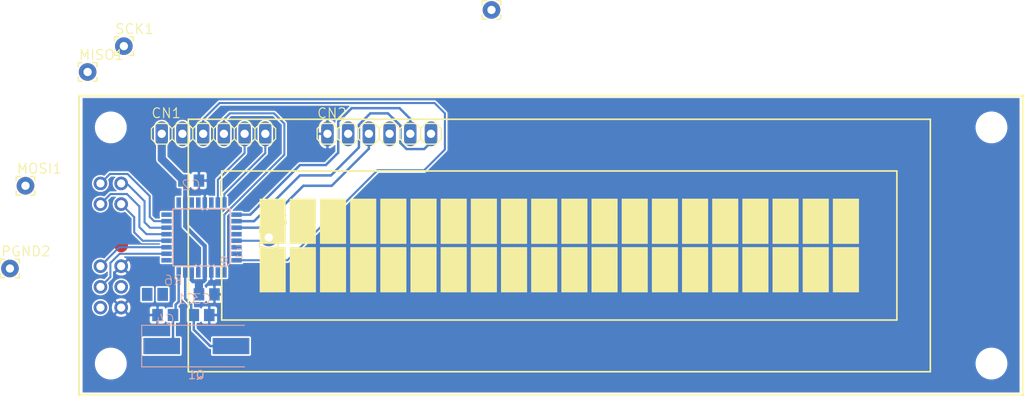
<source format=kicad_pcb>
(kicad_pcb (version 20171130) (host pcbnew "(5.1.5)-2")

  (general
    (thickness 1.6)
    (drawings 4)
    (tracks 120)
    (zones 0)
    (modules 16)
    (nets 38)
  )

  (page A4)
  (layers
    (0 Top signal)
    (31 Bottom signal)
    (32 B.Adhes user)
    (33 F.Adhes user)
    (34 B.Paste user)
    (35 F.Paste user)
    (36 B.SilkS user)
    (37 F.SilkS user hide)
    (38 B.Mask user)
    (39 F.Mask user)
    (40 Dwgs.User user)
    (41 Cmts.User user)
    (42 Eco1.User user)
    (43 Eco2.User user)
    (44 Edge.Cuts user)
    (45 Margin user)
    (46 B.CrtYd user)
    (47 F.CrtYd user)
    (48 B.Fab user hide)
    (49 F.Fab user hide)
  )

  (setup
    (last_trace_width 0.25)
    (user_trace_width 0.3)
    (user_trace_width 0.5)
    (user_trace_width 1)
    (trace_clearance 0.2)
    (zone_clearance 0.508)
    (zone_45_only no)
    (trace_min 0.2)
    (via_size 0.8)
    (via_drill 0.4)
    (via_min_size 0.4)
    (via_min_drill 0.3)
    (uvia_size 0.3)
    (uvia_drill 0.1)
    (uvias_allowed no)
    (uvia_min_size 0.2)
    (uvia_min_drill 0.1)
    (edge_width 0.05)
    (segment_width 0.2)
    (pcb_text_width 0.3)
    (pcb_text_size 1.5 1.5)
    (mod_edge_width 0.12)
    (mod_text_size 1 1)
    (mod_text_width 0.15)
    (pad_size 1.6764 1.6764)
    (pad_drill 0)
    (pad_to_mask_clearance 0.051)
    (solder_mask_min_width 0.25)
    (aux_axis_origin 0 0)
    (visible_elements 7FFFFFFF)
    (pcbplotparams
      (layerselection 0x010fc_ffffffff)
      (usegerberextensions false)
      (usegerberattributes false)
      (usegerberadvancedattributes false)
      (creategerberjobfile false)
      (excludeedgelayer true)
      (linewidth 0.100000)
      (plotframeref false)
      (viasonmask false)
      (mode 1)
      (useauxorigin false)
      (hpglpennumber 1)
      (hpglpenspeed 20)
      (hpglpendiameter 15.000000)
      (psnegative false)
      (psa4output false)
      (plotreference true)
      (plotvalue true)
      (plotinvisibletext false)
      (padsonsilk false)
      (subtractmaskfromsilk false)
      (outputformat 1)
      (mirror false)
      (drillshape 1)
      (scaleselection 1)
      (outputdirectory ""))
  )

  (net 0 "")
  (net 1 GND)
  (net 2 VCC)
  (net 3 "Net-(C3-Pad2)")
  (net 4 "Net-(C4-Pad2)")
  (net 5 /D1)
  (net 6 /D3)
  (net 7 /E)
  (net 8 /SO_6)
  (net 9 "Net-(CN1-Pad2)")
  (net 10 /D0)
  (net 11 /D2)
  (net 12 "Net-(CN2-Pad4)")
  (net 13 /RS)
  (net 14 "Net-(CN2-Pad2)")
  (net 15 "Net-(DIS2-Pad16)")
  (net 16 "Net-(DIS2-Pad15)")
  (net 17 "Net-(DIS2-Pad14)")
  (net 18 "Net-(DIS2-Pad13)")
  (net 19 "Net-(DIS2-Pad12)")
  (net 20 "Net-(DIS2-Pad11)")
  (net 21 "Net-(DIS2-Pad10)")
  (net 22 "Net-(DIS2-Pad9)")
  (net 23 "Net-(DIS2-Pad7)")
  (net 24 "Net-(DIS2-Pad6)")
  (net 25 "Net-(DIS2-Pad4)")
  (net 26 "Net-(DIS2-Pad3)")
  (net 27 "Net-(IC1-Pad31)")
  (net 28 "Net-(IC1-Pad30)")
  (net 29 "Net-(IC1-Pad29)")
  (net 30 "Net-(IC1-Pad28)")
  (net 31 "Net-(IC1-Pad22)")
  (net 32 "Net-(IC1-Pad20)")
  (net 33 "Net-(IC1-Pad19)")
  (net 34 "Net-(IC1-Pad17)")
  (net 35 "Net-(IC1-Pad16)")
  (net 36 "Net-(IC1-Pad9)")
  (net 37 "Net-(IC1-Pad2)")

  (net_class Default "This is the default net class."
    (clearance 0.2)
    (trace_width 0.25)
    (via_dia 0.8)
    (via_drill 0.4)
    (uvia_dia 0.3)
    (uvia_drill 0.1)
    (add_net /D0)
    (add_net /D1)
    (add_net /D2)
    (add_net /D3)
    (add_net /E)
    (add_net /RS)
    (add_net /SO_6)
    (add_net GND)
    (add_net "Net-(C3-Pad2)")
    (add_net "Net-(C4-Pad2)")
    (add_net "Net-(CN1-Pad2)")
    (add_net "Net-(CN2-Pad2)")
    (add_net "Net-(CN2-Pad4)")
    (add_net "Net-(DIS2-Pad10)")
    (add_net "Net-(DIS2-Pad11)")
    (add_net "Net-(DIS2-Pad12)")
    (add_net "Net-(DIS2-Pad13)")
    (add_net "Net-(DIS2-Pad14)")
    (add_net "Net-(DIS2-Pad15)")
    (add_net "Net-(DIS2-Pad16)")
    (add_net "Net-(DIS2-Pad3)")
    (add_net "Net-(DIS2-Pad4)")
    (add_net "Net-(DIS2-Pad6)")
    (add_net "Net-(DIS2-Pad7)")
    (add_net "Net-(DIS2-Pad9)")
    (add_net "Net-(IC1-Pad16)")
    (add_net "Net-(IC1-Pad17)")
    (add_net "Net-(IC1-Pad19)")
    (add_net "Net-(IC1-Pad2)")
    (add_net "Net-(IC1-Pad20)")
    (add_net "Net-(IC1-Pad22)")
    (add_net "Net-(IC1-Pad28)")
    (add_net "Net-(IC1-Pad29)")
    (add_net "Net-(IC1-Pad30)")
    (add_net "Net-(IC1-Pad31)")
    (add_net "Net-(IC1-Pad9)")
    (add_net VCC)
  )

  (module sed1200emu:TUXGR_20X2 (layer Top) (tedit 5DF39EEA) (tstamp 5DF248D0)
    (at 218.1351 112.7456)
    (descr "<b>Tuxgraphics LCD display 20x2 characters</b> reflective, without background light<p>\nSource: tuxgr_20x2.pdf")
    (path /8D11F587)
    (fp_text reference DIS2 (at -53.34 20.32) (layer F.SilkS) hide
      (effects (font (size 1.2065 1.2065) (thickness 0.1016)) (justify left bottom))
    )
    (fp_text value TUXGR_20X2 (at -43.18 20.32) (layer F.Fab) hide
      (effects (font (size 1.2065 1.2065) (thickness 0.1016)) (justify left bottom))
    )
    (fp_poly (pts (xy 34.55 5.75) (xy 37.75 5.75) (xy 37.75 0.2) (xy 34.55 0.2)) (layer F.SilkS) (width 0))
    (fp_poly (pts (xy 34.55 -0.2) (xy 37.75 -0.2) (xy 37.75 -5.75) (xy 34.55 -5.75)) (layer F.SilkS) (width 0))
    (fp_poly (pts (xy 30.85 5.75) (xy 34.05 5.75) (xy 34.05 0.2) (xy 30.85 0.2)) (layer F.SilkS) (width 0))
    (fp_poly (pts (xy 30.85 -0.2) (xy 34.05 -0.2) (xy 34.05 -5.75) (xy 30.85 -5.75)) (layer F.SilkS) (width 0))
    (fp_poly (pts (xy 27.15 5.75) (xy 30.35 5.75) (xy 30.35 0.2) (xy 27.15 0.2)) (layer F.SilkS) (width 0))
    (fp_poly (pts (xy 27.15 -0.2) (xy 30.35 -0.2) (xy 30.35 -5.75) (xy 27.15 -5.75)) (layer F.SilkS) (width 0))
    (fp_poly (pts (xy 23.45 5.75) (xy 26.65 5.75) (xy 26.65 0.2) (xy 23.45 0.2)) (layer F.SilkS) (width 0))
    (fp_poly (pts (xy 23.45 -0.2) (xy 26.65 -0.2) (xy 26.65 -5.75) (xy 23.45 -5.75)) (layer F.SilkS) (width 0))
    (fp_poly (pts (xy 19.75 5.75) (xy 22.95 5.75) (xy 22.95 0.2) (xy 19.75 0.2)) (layer F.SilkS) (width 0))
    (fp_poly (pts (xy 19.75 -0.2) (xy 22.95 -0.2) (xy 22.95 -5.75) (xy 19.75 -5.75)) (layer F.SilkS) (width 0))
    (fp_poly (pts (xy 16.05 5.75) (xy 19.25 5.75) (xy 19.25 0.2) (xy 16.05 0.2)) (layer F.SilkS) (width 0))
    (fp_poly (pts (xy 16.05 -0.2) (xy 19.25 -0.2) (xy 19.25 -5.75) (xy 16.05 -5.75)) (layer F.SilkS) (width 0))
    (fp_poly (pts (xy 12.35 5.75) (xy 15.55 5.75) (xy 15.55 0.2) (xy 12.35 0.2)) (layer F.SilkS) (width 0))
    (fp_poly (pts (xy 12.35 -0.2) (xy 15.55 -0.2) (xy 15.55 -5.75) (xy 12.35 -5.75)) (layer F.SilkS) (width 0))
    (fp_poly (pts (xy 8.65 5.75) (xy 11.85 5.75) (xy 11.85 0.2) (xy 8.65 0.2)) (layer F.SilkS) (width 0))
    (fp_poly (pts (xy 8.65 -0.2) (xy 11.85 -0.2) (xy 11.85 -5.75) (xy 8.65 -5.75)) (layer F.SilkS) (width 0))
    (fp_poly (pts (xy 4.95 5.75) (xy 8.15 5.75) (xy 8.15 0.2) (xy 4.95 0.2)) (layer F.SilkS) (width 0))
    (fp_poly (pts (xy 4.95 -0.2) (xy 8.15 -0.2) (xy 8.15 -5.75) (xy 4.95 -5.75)) (layer F.SilkS) (width 0))
    (fp_poly (pts (xy 1.25 5.75) (xy 4.45 5.75) (xy 4.45 0.2) (xy 1.25 0.2)) (layer F.SilkS) (width 0))
    (fp_poly (pts (xy 1.25 -0.2) (xy 4.45 -0.2) (xy 4.45 -5.75) (xy 1.25 -5.75)) (layer F.SilkS) (width 0))
    (fp_poly (pts (xy -2.45 5.75) (xy 0.75 5.75) (xy 0.75 0.2) (xy -2.45 0.2)) (layer F.SilkS) (width 0))
    (fp_poly (pts (xy -2.45 -0.2) (xy 0.75 -0.2) (xy 0.75 -5.75) (xy -2.45 -5.75)) (layer F.SilkS) (width 0))
    (fp_poly (pts (xy -6.15 5.75) (xy -2.95 5.75) (xy -2.95 0.2) (xy -6.15 0.2)) (layer F.SilkS) (width 0))
    (fp_poly (pts (xy -6.15 -0.2) (xy -2.95 -0.2) (xy -2.95 -5.75) (xy -6.15 -5.75)) (layer F.SilkS) (width 0))
    (fp_poly (pts (xy -9.85 5.75) (xy -6.65 5.75) (xy -6.65 0.2) (xy -9.85 0.2)) (layer F.SilkS) (width 0))
    (fp_poly (pts (xy -9.85 -0.2) (xy -6.65 -0.2) (xy -6.65 -5.75) (xy -9.85 -5.75)) (layer F.SilkS) (width 0))
    (fp_poly (pts (xy -13.55 5.75) (xy -10.35 5.75) (xy -10.35 0.2) (xy -13.55 0.2)) (layer F.SilkS) (width 0))
    (fp_poly (pts (xy -13.55 -0.2) (xy -10.35 -0.2) (xy -10.35 -5.75) (xy -13.55 -5.75)) (layer F.SilkS) (width 0))
    (fp_poly (pts (xy -17.25 5.75) (xy -14.05 5.75) (xy -14.05 0.2) (xy -17.25 0.2)) (layer F.SilkS) (width 0))
    (fp_poly (pts (xy -17.25 -0.2) (xy -14.05 -0.2) (xy -14.05 -5.75) (xy -17.25 -5.75)) (layer F.SilkS) (width 0))
    (fp_poly (pts (xy -20.95 5.75) (xy -17.75 5.75) (xy -17.75 0.2) (xy -20.95 0.2)) (layer F.SilkS) (width 0))
    (fp_poly (pts (xy -20.95 -0.2) (xy -17.75 -0.2) (xy -17.75 -5.75) (xy -20.95 -5.75)) (layer F.SilkS) (width 0))
    (fp_poly (pts (xy -24.65 5.75) (xy -21.45 5.75) (xy -21.45 0.2) (xy -24.65 0.2)) (layer F.SilkS) (width 0))
    (fp_poly (pts (xy -24.65 -0.2) (xy -21.45 -0.2) (xy -21.45 -5.75) (xy -24.65 -5.75)) (layer F.SilkS) (width 0))
    (fp_poly (pts (xy -28.35 5.75) (xy -25.15 5.75) (xy -25.15 0.2) (xy -28.35 0.2)) (layer F.SilkS) (width 0))
    (fp_poly (pts (xy -28.35 -0.2) (xy -25.15 -0.2) (xy -25.15 -5.75) (xy -28.35 -5.75)) (layer F.SilkS) (width 0))
    (fp_poly (pts (xy -32.05 5.75) (xy -28.85 5.75) (xy -28.85 0.2) (xy -32.05 0.2)) (layer F.SilkS) (width 0))
    (fp_poly (pts (xy -32.05 -0.2) (xy -28.85 -0.2) (xy -28.85 -5.75) (xy -32.05 -5.75)) (layer F.SilkS) (width 0))
    (fp_poly (pts (xy -35.75 5.75) (xy -32.55 5.75) (xy -32.55 0.2) (xy -35.75 0.2)) (layer F.SilkS) (width 0))
    (fp_poly (pts (xy -35.75 -0.2) (xy -32.55 -0.2) (xy -32.55 -5.75) (xy -35.75 -5.75)) (layer F.SilkS) (width 0))
    (fp_line (start -44.5 15.5) (end -44.5 -15.5) (layer F.SilkS) (width 0.2032))
    (fp_line (start 46.5 15.5) (end -44.5 15.5) (layer F.SilkS) (width 0.2032))
    (fp_line (start 46.5 -15.5) (end 46.5 15.5) (layer F.SilkS) (width 0.2032))
    (fp_line (start -44.5 -15.5) (end 46.5 -15.5) (layer F.SilkS) (width 0.2032))
    (fp_line (start -40.4 9.15) (end -40.4 -9.15) (layer F.SilkS) (width 0.2032))
    (fp_line (start 42.4 9.15) (end -40.4 9.15) (layer F.SilkS) (width 0.2032))
    (fp_line (start 42.4 -9.15) (end 42.4 9.15) (layer F.SilkS) (width 0.2032))
    (fp_line (start -40.4 -9.15) (end 42.4 -9.15) (layer F.SilkS) (width 0.2032))
    (fp_line (start -57.9 18.4) (end -57.9 -18.4) (layer F.SilkS) (width 0.2032))
    (fp_line (start 57.9 18.4) (end -57.9 18.4) (layer F.SilkS) (width 0.2032))
    (fp_line (start 57.9 -18.4) (end 57.9 18.4) (layer F.SilkS) (width 0.2032))
    (fp_line (start -57.9 -18.4) (end 57.9 -18.4) (layer F.SilkS) (width 0.2032))
    (pad "" np_thru_hole circle (at 54 -14.5) (size 3.5 3.5) (drill 3.5) (layers *.Cu *.Mask))
    (pad "" np_thru_hole circle (at -54 -14.5) (size 3.5 3.5) (drill 3.5) (layers *.Cu *.Mask))
    (pad "" np_thru_hole circle (at 54 14.5) (size 3.5 3.5) (drill 3.5) (layers *.Cu *.Mask))
    (pad "" np_thru_hole circle (at -54 14.5) (size 3.5 3.5) (drill 3.5) (layers *.Cu *.Mask))
    (pad 16 connect circle (at -55.27 -10.16) (size 1.6764 1.6764) (layers Top F.Mask)
      (net 15 "Net-(DIS2-Pad16)") (solder_mask_margin 0.1016))
    (pad 15 connect circle (at -52.73 -10.16) (size 1.6764 1.6764) (layers Top F.Mask)
      (net 16 "Net-(DIS2-Pad15)") (solder_mask_margin 0.1016))
    (pad 14 thru_hole circle (at -55.27 -7.62) (size 1.6764 1.6764) (drill 1) (layers *.Cu *.Mask)
      (net 17 "Net-(DIS2-Pad14)") (solder_mask_margin 0.1016))
    (pad 13 thru_hole circle (at -52.73 -7.62) (size 1.6764 1.6764) (drill 1) (layers *.Cu *.Mask)
      (net 18 "Net-(DIS2-Pad13)") (solder_mask_margin 0.1016))
    (pad 12 thru_hole circle (at -55.27 -5.08) (size 1.6764 1.6764) (drill 1) (layers *.Cu *.Mask)
      (net 19 "Net-(DIS2-Pad12)") (solder_mask_margin 0.1016))
    (pad 11 thru_hole circle (at -52.73 -5.08) (size 1.6764 1.6764) (drill 1) (layers *.Cu *.Mask)
      (net 20 "Net-(DIS2-Pad11)") (solder_mask_margin 0.1016))
    (pad 10 connect circle (at -55.27 -2.54) (size 1.6764 1.6764) (layers Top F.Mask)
      (net 21 "Net-(DIS2-Pad10)") (solder_mask_margin 0.1016))
    (pad 9 connect circle (at -52.73 -2.54) (size 1.6764 1.6764) (layers Top F.Mask)
      (net 22 "Net-(DIS2-Pad9)") (solder_mask_margin 0.1016))
    (pad "" connect circle (at -55.27 0) (size 1.6764 1.6764) (layers Top)
      (solder_mask_margin 0.1016))
    (pad 7 connect circle (at -52.73 0) (size 1.6764 1.6764) (layers Top F.Mask)
      (net 23 "Net-(DIS2-Pad7)") (solder_mask_margin 0.1016))
    (pad 6 thru_hole circle (at -55.27 2.54) (size 1.6764 1.6764) (drill 1) (layers *.Cu *.Mask)
      (net 24 "Net-(DIS2-Pad6)") (solder_mask_margin 0.1016))
    (pad 5 thru_hole circle (at -52.73 2.54) (size 1.6764 1.6764) (drill 1) (layers *.Cu *.Mask)
      (net 1 GND) (solder_mask_margin 0.1016))
    (pad 4 thru_hole circle (at -55.27 5.08) (size 1.6764 1.6764) (drill 1) (layers *.Cu *.Mask)
      (net 25 "Net-(DIS2-Pad4)") (solder_mask_margin 0.1016))
    (pad 3 thru_hole circle (at -52.73 5.08) (size 1.6764 1.6764) (drill 1) (layers *.Cu *.Mask)
      (net 26 "Net-(DIS2-Pad3)") (solder_mask_margin 0.1016))
    (pad 2 thru_hole circle (at -55.27 7.62) (size 1.6764 1.6764) (drill 1) (layers *.Cu *.Mask)
      (net 2 VCC) (solder_mask_margin 0.1016))
    (pad 1 thru_hole circle (at -52.73 7.62) (size 1.6764 1.6764) (drill 1) (layers *.Cu *.Mask)
      (net 1 GND) (solder_mask_margin 0.1016))
    (model C:/Users/tnt23/Documents/GitHub/mt32/3d/DV-20200.step
      (offset (xyz 0 0 5))
      (scale (xyz 1 1 1))
      (rotate (xyz 0 0 0))
    )
  )

  (module sed1200emu:TQFP32-08 (layer Bottom) (tedit 0) (tstamp 5DF23A75)
    (at 175.26 111.76 90)
    (descr "<B>Thin Plasic Quad Flat Package</B> Grid 0.8 mm")
    (path /22F7723E)
    (fp_text reference IC1 (at -2.7686 5.08 90) (layer B.SilkS)
      (effects (font (size 0.77216 0.77216) (thickness 0.065024)) (justify right bottom mirror))
    )
    (fp_text value MEGA8-AI (at -3.0226 -1.27 90) (layer B.Fab)
      (effects (font (size 0.77216 0.77216) (thickness 0.065024)) (justify right bottom mirror))
    )
    (fp_poly (pts (xy -3.0286 3.556) (xy -2.5714 3.556) (xy -2.5714 4.5466) (xy -3.0286 4.5466)) (layer B.Fab) (width 0))
    (fp_poly (pts (xy -2.2286 3.556) (xy -1.7714 3.556) (xy -1.7714 4.5466) (xy -2.2286 4.5466)) (layer B.Fab) (width 0))
    (fp_poly (pts (xy -1.4286 3.556) (xy -0.9714 3.556) (xy -0.9714 4.5466) (xy -1.4286 4.5466)) (layer B.Fab) (width 0))
    (fp_poly (pts (xy -0.6286 3.556) (xy -0.1714 3.556) (xy -0.1714 4.5466) (xy -0.6286 4.5466)) (layer B.Fab) (width 0))
    (fp_poly (pts (xy 0.1714 3.556) (xy 0.6286 3.556) (xy 0.6286 4.5466) (xy 0.1714 4.5466)) (layer B.Fab) (width 0))
    (fp_poly (pts (xy 0.9714 3.556) (xy 1.4286 3.556) (xy 1.4286 4.5466) (xy 0.9714 4.5466)) (layer B.Fab) (width 0))
    (fp_poly (pts (xy 1.7714 3.556) (xy 2.2286 3.556) (xy 2.2286 4.5466) (xy 1.7714 4.5466)) (layer B.Fab) (width 0))
    (fp_poly (pts (xy 2.5714 3.556) (xy 3.0286 3.556) (xy 3.0286 4.5466) (xy 2.5714 4.5466)) (layer B.Fab) (width 0))
    (fp_poly (pts (xy 3.556 2.5714) (xy 4.5466 2.5714) (xy 4.5466 3.0286) (xy 3.556 3.0286)) (layer B.Fab) (width 0))
    (fp_poly (pts (xy 3.556 1.7714) (xy 4.5466 1.7714) (xy 4.5466 2.2286) (xy 3.556 2.2286)) (layer B.Fab) (width 0))
    (fp_poly (pts (xy 3.556 0.9714) (xy 4.5466 0.9714) (xy 4.5466 1.4286) (xy 3.556 1.4286)) (layer B.Fab) (width 0))
    (fp_poly (pts (xy 3.556 0.1714) (xy 4.5466 0.1714) (xy 4.5466 0.6286) (xy 3.556 0.6286)) (layer B.Fab) (width 0))
    (fp_poly (pts (xy 3.556 -0.6286) (xy 4.5466 -0.6286) (xy 4.5466 -0.1714) (xy 3.556 -0.1714)) (layer B.Fab) (width 0))
    (fp_poly (pts (xy 3.556 -1.4286) (xy 4.5466 -1.4286) (xy 4.5466 -0.9714) (xy 3.556 -0.9714)) (layer B.Fab) (width 0))
    (fp_poly (pts (xy 3.556 -2.2286) (xy 4.5466 -2.2286) (xy 4.5466 -1.7714) (xy 3.556 -1.7714)) (layer B.Fab) (width 0))
    (fp_poly (pts (xy 3.556 -3.0286) (xy 4.5466 -3.0286) (xy 4.5466 -2.5714) (xy 3.556 -2.5714)) (layer B.Fab) (width 0))
    (fp_poly (pts (xy 2.5714 -4.5466) (xy 3.0286 -4.5466) (xy 3.0286 -3.556) (xy 2.5714 -3.556)) (layer B.Fab) (width 0))
    (fp_poly (pts (xy 1.7714 -4.5466) (xy 2.2286 -4.5466) (xy 2.2286 -3.556) (xy 1.7714 -3.556)) (layer B.Fab) (width 0))
    (fp_poly (pts (xy 0.9714 -4.5466) (xy 1.4286 -4.5466) (xy 1.4286 -3.556) (xy 0.9714 -3.556)) (layer B.Fab) (width 0))
    (fp_poly (pts (xy 0.1714 -4.5466) (xy 0.6286 -4.5466) (xy 0.6286 -3.556) (xy 0.1714 -3.556)) (layer B.Fab) (width 0))
    (fp_poly (pts (xy -0.6286 -4.5466) (xy -0.1714 -4.5466) (xy -0.1714 -3.556) (xy -0.6286 -3.556)) (layer B.Fab) (width 0))
    (fp_poly (pts (xy -1.4286 -4.5466) (xy -0.9714 -4.5466) (xy -0.9714 -3.556) (xy -1.4286 -3.556)) (layer B.Fab) (width 0))
    (fp_poly (pts (xy -2.2286 -4.5466) (xy -1.7714 -4.5466) (xy -1.7714 -3.556) (xy -2.2286 -3.556)) (layer B.Fab) (width 0))
    (fp_poly (pts (xy -3.0286 -4.5466) (xy -2.5714 -4.5466) (xy -2.5714 -3.556) (xy -3.0286 -3.556)) (layer B.Fab) (width 0))
    (fp_poly (pts (xy -4.5466 -3.0286) (xy -3.556 -3.0286) (xy -3.556 -2.5714) (xy -4.5466 -2.5714)) (layer B.Fab) (width 0))
    (fp_poly (pts (xy -4.5466 -2.2286) (xy -3.556 -2.2286) (xy -3.556 -1.7714) (xy -4.5466 -1.7714)) (layer B.Fab) (width 0))
    (fp_poly (pts (xy -4.5466 -1.4286) (xy -3.556 -1.4286) (xy -3.556 -0.9714) (xy -4.5466 -0.9714)) (layer B.Fab) (width 0))
    (fp_poly (pts (xy -4.5466 -0.6286) (xy -3.556 -0.6286) (xy -3.556 -0.1714) (xy -4.5466 -0.1714)) (layer B.Fab) (width 0))
    (fp_poly (pts (xy -4.5466 0.1714) (xy -3.556 0.1714) (xy -3.556 0.6286) (xy -4.5466 0.6286)) (layer B.Fab) (width 0))
    (fp_poly (pts (xy -4.5466 0.9714) (xy -3.556 0.9714) (xy -3.556 1.4286) (xy -4.5466 1.4286)) (layer B.Fab) (width 0))
    (fp_poly (pts (xy -4.5466 1.7714) (xy -3.556 1.7714) (xy -3.556 2.2286) (xy -4.5466 2.2286)) (layer B.Fab) (width 0))
    (fp_poly (pts (xy -4.5466 2.5714) (xy -3.556 2.5714) (xy -3.556 3.0286) (xy -4.5466 3.0286)) (layer B.Fab) (width 0))
    (fp_circle (center -2.7432 2.7432) (end -2.384 2.7432) (layer B.SilkS) (width 0.1524))
    (fp_line (start -3.15 3.505) (end -3.505 3.15) (layer B.SilkS) (width 0.1524))
    (fp_line (start -3.15 3.505) (end 3.505 3.505) (layer B.SilkS) (width 0.1524))
    (fp_line (start -3.505 -3.505) (end -3.505 3.15) (layer B.SilkS) (width 0.1524))
    (fp_line (start 3.505 -3.505) (end -3.505 -3.505) (layer B.SilkS) (width 0.1524))
    (fp_line (start 3.505 3.505) (end 3.505 -3.505) (layer B.SilkS) (width 0.1524))
    (pad 32 smd rect (at -2.8 4.2926 90) (size 0.5588 1.27) (layers Bottom B.Paste B.Mask)
      (net 8 /SO_6) (solder_mask_margin 0.1016))
    (pad 31 smd rect (at -2 4.2926 90) (size 0.5588 1.27) (layers Bottom B.Paste B.Mask)
      (net 27 "Net-(IC1-Pad31)") (solder_mask_margin 0.1016))
    (pad 30 smd rect (at -1.2 4.2926 90) (size 0.5588 1.27) (layers Bottom B.Paste B.Mask)
      (net 28 "Net-(IC1-Pad30)") (solder_mask_margin 0.1016))
    (pad 29 smd rect (at -0.4 4.2926 90) (size 0.5588 1.27) (layers Bottom B.Paste B.Mask)
      (net 29 "Net-(IC1-Pad29)") (solder_mask_margin 0.1016))
    (pad 28 smd rect (at 0.4 4.2926 90) (size 0.5588 1.27) (layers Bottom B.Paste B.Mask)
      (net 30 "Net-(IC1-Pad28)") (solder_mask_margin 0.1016))
    (pad 27 smd rect (at 1.2 4.2926 90) (size 0.5588 1.27) (layers Bottom B.Paste B.Mask)
      (net 13 /RS) (solder_mask_margin 0.1016))
    (pad 26 smd rect (at 2 4.2926 90) (size 0.5588 1.27) (layers Bottom B.Paste B.Mask)
      (net 10 /D0) (solder_mask_margin 0.1016))
    (pad 25 smd rect (at 2.8 4.2926 90) (size 0.5588 1.27) (layers Bottom B.Paste B.Mask)
      (net 11 /D2) (solder_mask_margin 0.1016))
    (pad 24 smd rect (at 4.2926 2.8 90) (size 1.27 0.5588) (layers Bottom B.Paste B.Mask)
      (net 5 /D1) (solder_mask_margin 0.1016))
    (pad 23 smd rect (at 4.2926 2 90) (size 1.27 0.5588) (layers Bottom B.Paste B.Mask)
      (net 6 /D3) (solder_mask_margin 0.1016))
    (pad 22 smd rect (at 4.2926 1.2 90) (size 1.27 0.5588) (layers Bottom B.Paste B.Mask)
      (net 31 "Net-(IC1-Pad22)") (solder_mask_margin 0.1016))
    (pad 21 smd rect (at 4.2926 0.4 90) (size 1.27 0.5588) (layers Bottom B.Paste B.Mask)
      (net 1 GND) (solder_mask_margin 0.1016))
    (pad 20 smd rect (at 4.2926 -0.4 90) (size 1.27 0.5588) (layers Bottom B.Paste B.Mask)
      (net 32 "Net-(IC1-Pad20)") (solder_mask_margin 0.1016))
    (pad 19 smd rect (at 4.2926 -1.2 90) (size 1.27 0.5588) (layers Bottom B.Paste B.Mask)
      (net 33 "Net-(IC1-Pad19)") (solder_mask_margin 0.1016))
    (pad 18 smd rect (at 4.2926 -2 90) (size 1.27 0.5588) (layers Bottom B.Paste B.Mask)
      (net 2 VCC) (solder_mask_margin 0.1016))
    (pad 17 smd rect (at 4.2926 -2.8 90) (size 1.27 0.5588) (layers Bottom B.Paste B.Mask)
      (net 34 "Net-(IC1-Pad17)") (solder_mask_margin 0.1016))
    (pad 16 smd rect (at 2.8 -4.2926 90) (size 0.5588 1.27) (layers Bottom B.Paste B.Mask)
      (net 35 "Net-(IC1-Pad16)") (solder_mask_margin 0.1016))
    (pad 15 smd rect (at 2 -4.2926 90) (size 0.5588 1.27) (layers Bottom B.Paste B.Mask)
      (net 17 "Net-(DIS2-Pad14)") (solder_mask_margin 0.1016))
    (pad 14 smd rect (at 1.2 -4.2926 90) (size 0.5588 1.27) (layers Bottom B.Paste B.Mask)
      (net 18 "Net-(DIS2-Pad13)") (solder_mask_margin 0.1016))
    (pad 13 smd rect (at 0.4 -4.2926 90) (size 0.5588 1.27) (layers Bottom B.Paste B.Mask)
      (net 19 "Net-(DIS2-Pad12)") (solder_mask_margin 0.1016))
    (pad 12 smd rect (at -0.4 -4.2926 90) (size 0.5588 1.27) (layers Bottom B.Paste B.Mask)
      (net 20 "Net-(DIS2-Pad11)") (solder_mask_margin 0.1016))
    (pad 11 smd rect (at -1.2 -4.2926 90) (size 0.5588 1.27) (layers Bottom B.Paste B.Mask)
      (net 24 "Net-(DIS2-Pad6)") (solder_mask_margin 0.1016))
    (pad 10 smd rect (at -2 -4.2926 90) (size 0.5588 1.27) (layers Bottom B.Paste B.Mask)
      (net 25 "Net-(DIS2-Pad4)") (solder_mask_margin 0.1016))
    (pad 9 smd rect (at -2.8 -4.2926 90) (size 0.5588 1.27) (layers Bottom B.Paste B.Mask)
      (net 36 "Net-(IC1-Pad9)") (solder_mask_margin 0.1016))
    (pad 8 smd rect (at -4.2926 -2.8 90) (size 1.27 0.5588) (layers Bottom B.Paste B.Mask)
      (net 4 "Net-(C4-Pad2)") (solder_mask_margin 0.1016))
    (pad 7 smd rect (at -4.2926 -2 90) (size 1.27 0.5588) (layers Bottom B.Paste B.Mask)
      (net 3 "Net-(C3-Pad2)") (solder_mask_margin 0.1016))
    (pad 6 smd rect (at -4.2926 -1.2 90) (size 1.27 0.5588) (layers Bottom B.Paste B.Mask)
      (net 2 VCC) (solder_mask_margin 0.1016))
    (pad 5 smd rect (at -4.2926 -0.4 90) (size 1.27 0.5588) (layers Bottom B.Paste B.Mask)
      (net 1 GND) (solder_mask_margin 0.1016))
    (pad 4 smd rect (at -4.2926 0.4 90) (size 1.27 0.5588) (layers Bottom B.Paste B.Mask)
      (net 2 VCC) (solder_mask_margin 0.1016))
    (pad 3 smd rect (at -4.2926 1.2 90) (size 1.27 0.5588) (layers Bottom B.Paste B.Mask)
      (net 1 GND) (solder_mask_margin 0.1016))
    (pad 2 smd rect (at -4.2926 2 90) (size 1.27 0.5588) (layers Bottom B.Paste B.Mask)
      (net 37 "Net-(IC1-Pad2)") (solder_mask_margin 0.1016))
    (pad 1 smd rect (at -4.2926 2.8 90) (size 1.27 0.5588) (layers Bottom B.Paste B.Mask)
      (net 7 /E) (solder_mask_margin 0.1016))
    (model ${KISYS3DMOD}/Package_QFP.3dshapes/TQFP-32_7x7mm_P0.8mm.step
      (at (xyz 0 0 0))
      (scale (xyz 1 1 1))
      (rotate (xyz 0 0 0))
    )
  )

  (module sed1200emu:M0805 (layer Bottom) (tedit 0) (tstamp 5DF23ABE)
    (at 169.545 118.745 180)
    (descr "<b>RESISTOR</b><p>\nMELF 0.10 W")
    (path /A0406511)
    (fp_text reference R6 (at -1.016 1.016 180) (layer B.SilkS)
      (effects (font (size 1.2065 1.2065) (thickness 0.1016)) (justify right bottom mirror))
    )
    (fp_text value 330 (at -1.016 -2.286 180) (layer B.Fab)
      (effects (font (size 1.2065 1.2065) (thickness 0.1016)) (justify right bottom mirror))
    )
    (fp_poly (pts (xy -0.1999 -0.5999) (xy 0.1999 -0.5999) (xy 0.1999 0.5999) (xy -0.1999 0.5999)) (layer B.Adhes) (width 0))
    (fp_poly (pts (xy 0.6858 -0.7112) (xy 1.0414 -0.7112) (xy 1.0414 0.7112) (xy 0.6858 0.7112)) (layer B.Fab) (width 0))
    (fp_poly (pts (xy -1.0414 -0.7112) (xy -0.6858 -0.7112) (xy -0.6858 0.7112) (xy -1.0414 0.7112)) (layer B.Fab) (width 0))
    (fp_line (start 0.7112 -0.635) (end -0.7112 -0.635) (layer B.Fab) (width 0.1524))
    (fp_line (start 0.7112 0.635) (end -0.7112 0.635) (layer B.Fab) (width 0.1524))
    (fp_line (start 1.973 0.983) (end 1.973 -0.983) (layer Dwgs.User) (width 0.0508))
    (fp_line (start -1.973 -0.983) (end -1.973 0.983) (layer Dwgs.User) (width 0.0508))
    (fp_line (start 1.973 -0.983) (end -1.973 -0.983) (layer Dwgs.User) (width 0.0508))
    (fp_line (start -1.973 0.983) (end 1.973 0.983) (layer Dwgs.User) (width 0.0508))
    (pad 2 smd rect (at 0.95 0 180) (size 1.3 1.6) (layers Bottom B.Paste B.Mask)
      (net 26 "Net-(DIS2-Pad3)") (solder_mask_margin 0.1016))
    (pad 1 smd rect (at -0.95 0 180) (size 1.3 1.6) (layers Bottom B.Paste B.Mask)
      (net 2 VCC) (solder_mask_margin 0.1016))
  )

  (module sed1200emu:2,15_1,0 (layer Top) (tedit 0) (tstamp 5DF23ACC)
    (at 210.82 83.82)
    (descr "<b>THROUGH-HOLE PAD</b>")
    (path /401E4C3A)
    (fp_text reference PGND1 (at -1.143 -1.397) (layer F.SilkS)
      (effects (font (size 1.2065 1.2065) (thickness 0.127)) (justify left bottom))
    )
    (fp_text value 2,15_1,0 (at 0 -1) (layer F.Fab)
      (effects (font (size 0.02413 0.02413) (thickness 0.002032)) (justify left bottom))
    )
    (fp_circle (center 0 0) (end 1.016 0) (layer F.Fab) (width 0.1524))
    (fp_line (start -1.143 1.143) (end -0.635 1.143) (layer F.SilkS) (width 0.1524))
    (fp_line (start -1.143 0.635) (end -1.143 1.143) (layer F.SilkS) (width 0.1524))
    (fp_line (start -1.143 -1.143) (end -1.143 -0.635) (layer F.SilkS) (width 0.1524))
    (fp_line (start -0.635 -1.143) (end -1.143 -1.143) (layer F.SilkS) (width 0.1524))
    (fp_line (start 1.143 -1.143) (end 0.635 -1.143) (layer F.SilkS) (width 0.1524))
    (fp_line (start 1.143 -0.635) (end 1.143 -1.143) (layer F.SilkS) (width 0.1524))
    (fp_line (start 1.143 1.143) (end 0.635 1.143) (layer F.SilkS) (width 0.1524))
    (fp_line (start 1.143 1.143) (end 1.143 0.635) (layer F.SilkS) (width 0.1524))
    (pad 1 thru_hole circle (at 0 0) (size 2.159 2.159) (drill 1.016) (layers *.Cu *.Mask)
      (net 1 GND) (solder_mask_margin 0.1016))
  )

  (module sed1200emu:2,15_1,0 (layer Top) (tedit 0) (tstamp 5DF23AD9)
    (at 151.765 115.57)
    (descr "<b>THROUGH-HOLE PAD</b>")
    (path /B3D5CB8A)
    (fp_text reference PGND2 (at -1.143 -1.397) (layer F.SilkS)
      (effects (font (size 1.2065 1.2065) (thickness 0.127)) (justify left bottom))
    )
    (fp_text value 2,15_1,0 (at 0 -1) (layer F.Fab)
      (effects (font (size 0.02413 0.02413) (thickness 0.002032)) (justify left bottom))
    )
    (fp_circle (center 0 0) (end 1.016 0) (layer F.Fab) (width 0.1524))
    (fp_line (start -1.143 1.143) (end -0.635 1.143) (layer F.SilkS) (width 0.1524))
    (fp_line (start -1.143 0.635) (end -1.143 1.143) (layer F.SilkS) (width 0.1524))
    (fp_line (start -1.143 -1.143) (end -1.143 -0.635) (layer F.SilkS) (width 0.1524))
    (fp_line (start -0.635 -1.143) (end -1.143 -1.143) (layer F.SilkS) (width 0.1524))
    (fp_line (start 1.143 -1.143) (end 0.635 -1.143) (layer F.SilkS) (width 0.1524))
    (fp_line (start 1.143 -0.635) (end 1.143 -1.143) (layer F.SilkS) (width 0.1524))
    (fp_line (start 1.143 1.143) (end 0.635 1.143) (layer F.SilkS) (width 0.1524))
    (fp_line (start 1.143 1.143) (end 1.143 0.635) (layer F.SilkS) (width 0.1524))
    (pad 1 thru_hole circle (at 0 0) (size 2.159 2.159) (drill 1.016) (layers *.Cu *.Mask)
      (net 1 GND) (solder_mask_margin 0.1016))
  )

  (module sed1200emu:1X06 (layer Top) (tedit 0) (tstamp 5DF23AE6)
    (at 176.7331 99.0296)
    (descr "<b>PIN HEADER</b>")
    (path /496D2C97)
    (fp_text reference CN1 (at -7.6962 -1.8288) (layer F.SilkS)
      (effects (font (size 1.2065 1.2065) (thickness 0.127)) (justify left bottom))
    )
    (fp_text value PINHD-1X6 (at -7.62 3.175) (layer F.Fab)
      (effects (font (size 1.2065 1.2065) (thickness 0.1016)) (justify left bottom))
    )
    (fp_poly (pts (xy 6.096 0.254) (xy 6.604 0.254) (xy 6.604 -0.254) (xy 6.096 -0.254)) (layer F.Fab) (width 0))
    (fp_poly (pts (xy -6.604 0.254) (xy -6.096 0.254) (xy -6.096 -0.254) (xy -6.604 -0.254)) (layer F.Fab) (width 0))
    (fp_poly (pts (xy -4.064 0.254) (xy -3.556 0.254) (xy -3.556 -0.254) (xy -4.064 -0.254)) (layer F.Fab) (width 0))
    (fp_poly (pts (xy -1.524 0.254) (xy -1.016 0.254) (xy -1.016 -0.254) (xy -1.524 -0.254)) (layer F.Fab) (width 0))
    (fp_poly (pts (xy 1.016 0.254) (xy 1.524 0.254) (xy 1.524 -0.254) (xy 1.016 -0.254)) (layer F.Fab) (width 0))
    (fp_poly (pts (xy 3.556 0.254) (xy 4.064 0.254) (xy 4.064 -0.254) (xy 3.556 -0.254)) (layer F.Fab) (width 0))
    (fp_line (start 6.985 1.27) (end 5.715 1.27) (layer F.SilkS) (width 0.1524))
    (fp_line (start 5.08 0.635) (end 5.715 1.27) (layer F.SilkS) (width 0.1524))
    (fp_line (start 5.715 -1.27) (end 5.08 -0.635) (layer F.SilkS) (width 0.1524))
    (fp_line (start 7.62 0.635) (end 6.985 1.27) (layer F.SilkS) (width 0.1524))
    (fp_line (start 7.62 -0.635) (end 7.62 0.635) (layer F.SilkS) (width 0.1524))
    (fp_line (start 6.985 -1.27) (end 7.62 -0.635) (layer F.SilkS) (width 0.1524))
    (fp_line (start 5.715 -1.27) (end 6.985 -1.27) (layer F.SilkS) (width 0.1524))
    (fp_line (start -5.715 1.27) (end -6.985 1.27) (layer F.SilkS) (width 0.1524))
    (fp_line (start -7.62 0.635) (end -6.985 1.27) (layer F.SilkS) (width 0.1524))
    (fp_line (start -6.985 -1.27) (end -7.62 -0.635) (layer F.SilkS) (width 0.1524))
    (fp_line (start -7.62 -0.635) (end -7.62 0.635) (layer F.SilkS) (width 0.1524))
    (fp_line (start -4.445 1.27) (end -5.08 0.635) (layer F.SilkS) (width 0.1524))
    (fp_line (start -3.175 1.27) (end -4.445 1.27) (layer F.SilkS) (width 0.1524))
    (fp_line (start -2.54 0.635) (end -3.175 1.27) (layer F.SilkS) (width 0.1524))
    (fp_line (start -2.54 -0.635) (end -2.54 0.635) (layer F.SilkS) (width 0.1524))
    (fp_line (start -3.175 -1.27) (end -2.54 -0.635) (layer F.SilkS) (width 0.1524))
    (fp_line (start -4.445 -1.27) (end -3.175 -1.27) (layer F.SilkS) (width 0.1524))
    (fp_line (start -5.08 -0.635) (end -4.445 -1.27) (layer F.SilkS) (width 0.1524))
    (fp_line (start -5.08 0.635) (end -5.715 1.27) (layer F.SilkS) (width 0.1524))
    (fp_line (start -5.08 -0.635) (end -5.08 0.635) (layer F.SilkS) (width 0.1524))
    (fp_line (start -5.715 -1.27) (end -5.08 -0.635) (layer F.SilkS) (width 0.1524))
    (fp_line (start -6.985 -1.27) (end -5.715 -1.27) (layer F.SilkS) (width 0.1524))
    (fp_line (start 1.905 1.27) (end 0.635 1.27) (layer F.SilkS) (width 0.1524))
    (fp_line (start 0 0.635) (end 0.635 1.27) (layer F.SilkS) (width 0.1524))
    (fp_line (start 0.635 -1.27) (end 0 -0.635) (layer F.SilkS) (width 0.1524))
    (fp_line (start -1.905 1.27) (end -2.54 0.635) (layer F.SilkS) (width 0.1524))
    (fp_line (start -0.635 1.27) (end -1.905 1.27) (layer F.SilkS) (width 0.1524))
    (fp_line (start 0 0.635) (end -0.635 1.27) (layer F.SilkS) (width 0.1524))
    (fp_line (start 0 -0.635) (end 0 0.635) (layer F.SilkS) (width 0.1524))
    (fp_line (start -0.635 -1.27) (end 0 -0.635) (layer F.SilkS) (width 0.1524))
    (fp_line (start -1.905 -1.27) (end -0.635 -1.27) (layer F.SilkS) (width 0.1524))
    (fp_line (start -2.54 -0.635) (end -1.905 -1.27) (layer F.SilkS) (width 0.1524))
    (fp_line (start 3.175 1.27) (end 2.54 0.635) (layer F.SilkS) (width 0.1524))
    (fp_line (start 4.445 1.27) (end 3.175 1.27) (layer F.SilkS) (width 0.1524))
    (fp_line (start 5.08 0.635) (end 4.445 1.27) (layer F.SilkS) (width 0.1524))
    (fp_line (start 5.08 -0.635) (end 5.08 0.635) (layer F.SilkS) (width 0.1524))
    (fp_line (start 4.445 -1.27) (end 5.08 -0.635) (layer F.SilkS) (width 0.1524))
    (fp_line (start 3.175 -1.27) (end 4.445 -1.27) (layer F.SilkS) (width 0.1524))
    (fp_line (start 2.54 -0.635) (end 3.175 -1.27) (layer F.SilkS) (width 0.1524))
    (fp_line (start 2.54 0.635) (end 1.905 1.27) (layer F.SilkS) (width 0.1524))
    (fp_line (start 2.54 -0.635) (end 2.54 0.635) (layer F.SilkS) (width 0.1524))
    (fp_line (start 1.905 -1.27) (end 2.54 -0.635) (layer F.SilkS) (width 0.1524))
    (fp_line (start 0.635 -1.27) (end 1.905 -1.27) (layer F.SilkS) (width 0.1524))
    (pad 6 thru_hole oval (at 6.35 0 90) (size 3.048 1.524) (drill 1.016) (layers *.Cu *.Mask)
      (net 5 /D1) (solder_mask_margin 0.1016))
    (pad 5 thru_hole oval (at 3.81 0 90) (size 3.048 1.524) (drill 1.016) (layers *.Cu *.Mask)
      (net 6 /D3) (solder_mask_margin 0.1016))
    (pad 4 thru_hole oval (at 1.27 0 90) (size 3.048 1.524) (drill 1.016) (layers *.Cu *.Mask)
      (net 7 /E) (solder_mask_margin 0.1016))
    (pad 3 thru_hole oval (at -1.27 0 90) (size 3.048 1.524) (drill 1.016) (layers *.Cu *.Mask)
      (net 8 /SO_6) (solder_mask_margin 0.1016))
    (pad 2 thru_hole oval (at -3.81 0 90) (size 3.048 1.524) (drill 1.016) (layers *.Cu *.Mask)
      (net 9 "Net-(CN1-Pad2)") (solder_mask_margin 0.1016))
    (pad 1 thru_hole oval (at -6.35 0 90) (size 3.048 1.524) (drill 1.016) (layers *.Cu *.Mask)
      (net 2 VCC) (solder_mask_margin 0.1016))
  )

  (module sed1200emu:1X06 (layer Top) (tedit 0) (tstamp 5DF23B20)
    (at 197.0531 99.0296)
    (descr "<b>PIN HEADER</b>")
    (path /3E9C7CC7)
    (fp_text reference CN2 (at -7.6962 -1.8288) (layer F.SilkS)
      (effects (font (size 1.2065 1.2065) (thickness 0.127)) (justify left bottom))
    )
    (fp_text value PINHD-1X6 (at -7.62 3.175) (layer F.Fab)
      (effects (font (size 1.2065 1.2065) (thickness 0.1016)) (justify left bottom))
    )
    (fp_poly (pts (xy 6.096 0.254) (xy 6.604 0.254) (xy 6.604 -0.254) (xy 6.096 -0.254)) (layer F.Fab) (width 0))
    (fp_poly (pts (xy -6.604 0.254) (xy -6.096 0.254) (xy -6.096 -0.254) (xy -6.604 -0.254)) (layer F.Fab) (width 0))
    (fp_poly (pts (xy -4.064 0.254) (xy -3.556 0.254) (xy -3.556 -0.254) (xy -4.064 -0.254)) (layer F.Fab) (width 0))
    (fp_poly (pts (xy -1.524 0.254) (xy -1.016 0.254) (xy -1.016 -0.254) (xy -1.524 -0.254)) (layer F.Fab) (width 0))
    (fp_poly (pts (xy 1.016 0.254) (xy 1.524 0.254) (xy 1.524 -0.254) (xy 1.016 -0.254)) (layer F.Fab) (width 0))
    (fp_poly (pts (xy 3.556 0.254) (xy 4.064 0.254) (xy 4.064 -0.254) (xy 3.556 -0.254)) (layer F.Fab) (width 0))
    (fp_line (start 6.985 1.27) (end 5.715 1.27) (layer F.SilkS) (width 0.1524))
    (fp_line (start 5.08 0.635) (end 5.715 1.27) (layer F.SilkS) (width 0.1524))
    (fp_line (start 5.715 -1.27) (end 5.08 -0.635) (layer F.SilkS) (width 0.1524))
    (fp_line (start 7.62 0.635) (end 6.985 1.27) (layer F.SilkS) (width 0.1524))
    (fp_line (start 7.62 -0.635) (end 7.62 0.635) (layer F.SilkS) (width 0.1524))
    (fp_line (start 6.985 -1.27) (end 7.62 -0.635) (layer F.SilkS) (width 0.1524))
    (fp_line (start 5.715 -1.27) (end 6.985 -1.27) (layer F.SilkS) (width 0.1524))
    (fp_line (start -5.715 1.27) (end -6.985 1.27) (layer F.SilkS) (width 0.1524))
    (fp_line (start -7.62 0.635) (end -6.985 1.27) (layer F.SilkS) (width 0.1524))
    (fp_line (start -6.985 -1.27) (end -7.62 -0.635) (layer F.SilkS) (width 0.1524))
    (fp_line (start -7.62 -0.635) (end -7.62 0.635) (layer F.SilkS) (width 0.1524))
    (fp_line (start -4.445 1.27) (end -5.08 0.635) (layer F.SilkS) (width 0.1524))
    (fp_line (start -3.175 1.27) (end -4.445 1.27) (layer F.SilkS) (width 0.1524))
    (fp_line (start -2.54 0.635) (end -3.175 1.27) (layer F.SilkS) (width 0.1524))
    (fp_line (start -2.54 -0.635) (end -2.54 0.635) (layer F.SilkS) (width 0.1524))
    (fp_line (start -3.175 -1.27) (end -2.54 -0.635) (layer F.SilkS) (width 0.1524))
    (fp_line (start -4.445 -1.27) (end -3.175 -1.27) (layer F.SilkS) (width 0.1524))
    (fp_line (start -5.08 -0.635) (end -4.445 -1.27) (layer F.SilkS) (width 0.1524))
    (fp_line (start -5.08 0.635) (end -5.715 1.27) (layer F.SilkS) (width 0.1524))
    (fp_line (start -5.08 -0.635) (end -5.08 0.635) (layer F.SilkS) (width 0.1524))
    (fp_line (start -5.715 -1.27) (end -5.08 -0.635) (layer F.SilkS) (width 0.1524))
    (fp_line (start -6.985 -1.27) (end -5.715 -1.27) (layer F.SilkS) (width 0.1524))
    (fp_line (start 1.905 1.27) (end 0.635 1.27) (layer F.SilkS) (width 0.1524))
    (fp_line (start 0 0.635) (end 0.635 1.27) (layer F.SilkS) (width 0.1524))
    (fp_line (start 0.635 -1.27) (end 0 -0.635) (layer F.SilkS) (width 0.1524))
    (fp_line (start -1.905 1.27) (end -2.54 0.635) (layer F.SilkS) (width 0.1524))
    (fp_line (start -0.635 1.27) (end -1.905 1.27) (layer F.SilkS) (width 0.1524))
    (fp_line (start 0 0.635) (end -0.635 1.27) (layer F.SilkS) (width 0.1524))
    (fp_line (start 0 -0.635) (end 0 0.635) (layer F.SilkS) (width 0.1524))
    (fp_line (start -0.635 -1.27) (end 0 -0.635) (layer F.SilkS) (width 0.1524))
    (fp_line (start -1.905 -1.27) (end -0.635 -1.27) (layer F.SilkS) (width 0.1524))
    (fp_line (start -2.54 -0.635) (end -1.905 -1.27) (layer F.SilkS) (width 0.1524))
    (fp_line (start 3.175 1.27) (end 2.54 0.635) (layer F.SilkS) (width 0.1524))
    (fp_line (start 4.445 1.27) (end 3.175 1.27) (layer F.SilkS) (width 0.1524))
    (fp_line (start 5.08 0.635) (end 4.445 1.27) (layer F.SilkS) (width 0.1524))
    (fp_line (start 5.08 -0.635) (end 5.08 0.635) (layer F.SilkS) (width 0.1524))
    (fp_line (start 4.445 -1.27) (end 5.08 -0.635) (layer F.SilkS) (width 0.1524))
    (fp_line (start 3.175 -1.27) (end 4.445 -1.27) (layer F.SilkS) (width 0.1524))
    (fp_line (start 2.54 -0.635) (end 3.175 -1.27) (layer F.SilkS) (width 0.1524))
    (fp_line (start 2.54 0.635) (end 1.905 1.27) (layer F.SilkS) (width 0.1524))
    (fp_line (start 2.54 -0.635) (end 2.54 0.635) (layer F.SilkS) (width 0.1524))
    (fp_line (start 1.905 -1.27) (end 2.54 -0.635) (layer F.SilkS) (width 0.1524))
    (fp_line (start 0.635 -1.27) (end 1.905 -1.27) (layer F.SilkS) (width 0.1524))
    (pad 6 thru_hole oval (at 6.35 0 90) (size 3.048 1.524) (drill 1.016) (layers *.Cu *.Mask)
      (net 10 /D0) (solder_mask_margin 0.1016))
    (pad 5 thru_hole oval (at 3.81 0 90) (size 3.048 1.524) (drill 1.016) (layers *.Cu *.Mask)
      (net 11 /D2) (solder_mask_margin 0.1016))
    (pad 4 thru_hole oval (at 1.27 0 90) (size 3.048 1.524) (drill 1.016) (layers *.Cu *.Mask)
      (net 12 "Net-(CN2-Pad4)") (solder_mask_margin 0.1016))
    (pad 3 thru_hole oval (at -1.27 0 90) (size 3.048 1.524) (drill 1.016) (layers *.Cu *.Mask)
      (net 13 /RS) (solder_mask_margin 0.1016))
    (pad 2 thru_hole oval (at -3.81 0 90) (size 3.048 1.524) (drill 1.016) (layers *.Cu *.Mask)
      (net 14 "Net-(CN2-Pad2)") (solder_mask_margin 0.1016))
    (pad 1 thru_hole oval (at -6.35 0 90) (size 3.048 1.524) (drill 1.016) (layers *.Cu *.Mask)
      (net 1 GND) (solder_mask_margin 0.1016))
  )

  (module sed1200emu:C0805 (layer Bottom) (tedit 0) (tstamp 5DF39ECA)
    (at 175.895 118.745)
    (descr <b>CAPACITOR</b><p>)
    (path /D6F53EF7)
    (fp_text reference C1 (at -1.27 1.27 180) (layer B.SilkS)
      (effects (font (size 1.2065 1.2065) (thickness 0.1016)) (justify left bottom mirror))
    )
    (fp_text value 0.1 (at -1.27 -2.54 180) (layer B.Fab)
      (effects (font (size 1.2065 1.2065) (thickness 0.1016)) (justify left bottom mirror))
    )
    (fp_poly (pts (xy -0.1001 -0.4001) (xy 0.1001 -0.4001) (xy 0.1001 0.4001) (xy -0.1001 0.4001)) (layer B.Adhes) (width 0))
    (fp_poly (pts (xy 0.3556 -0.7239) (xy 1.1057 -0.7239) (xy 1.1057 0.7262) (xy 0.3556 0.7262)) (layer B.Fab) (width 0))
    (fp_poly (pts (xy -1.0922 -0.7239) (xy -0.3421 -0.7239) (xy -0.3421 0.7262) (xy -1.0922 0.7262)) (layer B.Fab) (width 0))
    (fp_line (start 1.973 0.983) (end 1.973 -0.983) (layer Dwgs.User) (width 0.0508))
    (fp_line (start -0.356 -0.66) (end 0.381 -0.66) (layer B.Fab) (width 0.1016))
    (fp_line (start -0.381 0.66) (end 0.381 0.66) (layer B.Fab) (width 0.1016))
    (fp_line (start -1.973 -0.983) (end -1.973 0.983) (layer Dwgs.User) (width 0.0508))
    (fp_line (start 1.973 -0.983) (end -1.973 -0.983) (layer Dwgs.User) (width 0.0508))
    (fp_line (start -1.973 0.983) (end 1.973 0.983) (layer Dwgs.User) (width 0.0508))
    (pad 2 smd rect (at 0.95 0) (size 1.3 1.5) (layers Bottom B.Paste B.Mask)
      (net 1 GND) (solder_mask_margin 0.1016))
    (pad 1 smd rect (at -0.95 0) (size 1.3 1.5) (layers Bottom B.Paste B.Mask)
      (net 2 VCC) (solder_mask_margin 0.1016))
    (model ${KISYS3DMOD}/Capacitor_SMD.3dshapes/C_0805_2012Metric.step
      (at (xyz 0 0 0))
      (scale (xyz 1 1 1))
      (rotate (xyz 0 0 0))
    )
  )

  (module sed1200emu:C0805 (layer Bottom) (tedit 0) (tstamp 5DF23BCF)
    (at 173.99 104.775)
    (descr <b>CAPACITOR</b><p>)
    (path /B2718C47)
    (fp_text reference C2 (at -1.27 1.27) (layer B.SilkS)
      (effects (font (size 1.2065 1.2065) (thickness 0.1016)) (justify right bottom mirror))
    )
    (fp_text value 0.1 (at -1.27 -2.54) (layer B.Fab)
      (effects (font (size 1.2065 1.2065) (thickness 0.1016)) (justify right bottom mirror))
    )
    (fp_poly (pts (xy -0.1001 -0.4001) (xy 0.1001 -0.4001) (xy 0.1001 0.4001) (xy -0.1001 0.4001)) (layer B.Adhes) (width 0))
    (fp_poly (pts (xy 0.3556 -0.7239) (xy 1.1057 -0.7239) (xy 1.1057 0.7262) (xy 0.3556 0.7262)) (layer B.Fab) (width 0))
    (fp_poly (pts (xy -1.0922 -0.7239) (xy -0.3421 -0.7239) (xy -0.3421 0.7262) (xy -1.0922 0.7262)) (layer B.Fab) (width 0))
    (fp_line (start 1.973 0.983) (end 1.973 -0.983) (layer Dwgs.User) (width 0.0508))
    (fp_line (start -0.356 -0.66) (end 0.381 -0.66) (layer B.Fab) (width 0.1016))
    (fp_line (start -0.381 0.66) (end 0.381 0.66) (layer B.Fab) (width 0.1016))
    (fp_line (start -1.973 -0.983) (end -1.973 0.983) (layer Dwgs.User) (width 0.0508))
    (fp_line (start 1.973 -0.983) (end -1.973 -0.983) (layer Dwgs.User) (width 0.0508))
    (fp_line (start -1.973 0.983) (end 1.973 0.983) (layer Dwgs.User) (width 0.0508))
    (pad 2 smd rect (at 0.95 0) (size 1.3 1.5) (layers Bottom B.Paste B.Mask)
      (net 1 GND) (solder_mask_margin 0.1016))
    (pad 1 smd rect (at -0.95 0) (size 1.3 1.5) (layers Bottom B.Paste B.Mask)
      (net 2 VCC) (solder_mask_margin 0.1016))
    (model ${KISYS3DMOD}/Capacitor_SMD.3dshapes/C_0805_2012Metric.step
      (at (xyz 0 0 0))
      (scale (xyz 1 1 1))
      (rotate (xyz 0 0 0))
    )
  )

  (module sed1200emu:C0805 (layer Bottom) (tedit 0) (tstamp 5DF23BDD)
    (at 175.26 121.285 180)
    (descr <b>CAPACITOR</b><p>)
    (path /CE6B9857)
    (fp_text reference C3 (at -1.27 1.27) (layer B.SilkS)
      (effects (font (size 1.2065 1.2065) (thickness 0.1016)) (justify left bottom mirror))
    )
    (fp_text value 22p (at -1.27 -2.54) (layer B.Fab)
      (effects (font (size 1.2065 1.2065) (thickness 0.1016)) (justify left bottom mirror))
    )
    (fp_poly (pts (xy -0.1001 -0.4001) (xy 0.1001 -0.4001) (xy 0.1001 0.4001) (xy -0.1001 0.4001)) (layer B.Adhes) (width 0))
    (fp_poly (pts (xy 0.3556 -0.7239) (xy 1.1057 -0.7239) (xy 1.1057 0.7262) (xy 0.3556 0.7262)) (layer B.Fab) (width 0))
    (fp_poly (pts (xy -1.0922 -0.7239) (xy -0.3421 -0.7239) (xy -0.3421 0.7262) (xy -1.0922 0.7262)) (layer B.Fab) (width 0))
    (fp_line (start 1.973 0.983) (end 1.973 -0.983) (layer Dwgs.User) (width 0.0508))
    (fp_line (start -0.356 -0.66) (end 0.381 -0.66) (layer B.Fab) (width 0.1016))
    (fp_line (start -0.381 0.66) (end 0.381 0.66) (layer B.Fab) (width 0.1016))
    (fp_line (start -1.973 -0.983) (end -1.973 0.983) (layer Dwgs.User) (width 0.0508))
    (fp_line (start 1.973 -0.983) (end -1.973 -0.983) (layer Dwgs.User) (width 0.0508))
    (fp_line (start -1.973 0.983) (end 1.973 0.983) (layer Dwgs.User) (width 0.0508))
    (pad 2 smd rect (at 0.95 0 180) (size 1.3 1.5) (layers Bottom B.Paste B.Mask)
      (net 3 "Net-(C3-Pad2)") (solder_mask_margin 0.1016))
    (pad 1 smd rect (at -0.95 0 180) (size 1.3 1.5) (layers Bottom B.Paste B.Mask)
      (net 1 GND) (solder_mask_margin 0.1016))
    (model ${KISYS3DMOD}/Capacitor_SMD.3dshapes/C_0805_2012Metric.step
      (at (xyz 0 0 0))
      (scale (xyz 1 1 1))
      (rotate (xyz 0 0 0))
    )
  )

  (module sed1200emu:C0805 (layer Bottom) (tedit 0) (tstamp 5DF23BEB)
    (at 170.815 121.285)
    (descr <b>CAPACITOR</b><p>)
    (path /45FA17EC)
    (fp_text reference C4 (at -1.27 1.27) (layer B.SilkS)
      (effects (font (size 1.2065 1.2065) (thickness 0.1016)) (justify right bottom mirror))
    )
    (fp_text value 22p (at -1.27 -2.54) (layer B.Fab)
      (effects (font (size 1.2065 1.2065) (thickness 0.1016)) (justify right bottom mirror))
    )
    (fp_poly (pts (xy -0.1001 -0.4001) (xy 0.1001 -0.4001) (xy 0.1001 0.4001) (xy -0.1001 0.4001)) (layer B.Adhes) (width 0))
    (fp_poly (pts (xy 0.3556 -0.7239) (xy 1.1057 -0.7239) (xy 1.1057 0.7262) (xy 0.3556 0.7262)) (layer B.Fab) (width 0))
    (fp_poly (pts (xy -1.0922 -0.7239) (xy -0.3421 -0.7239) (xy -0.3421 0.7262) (xy -1.0922 0.7262)) (layer B.Fab) (width 0))
    (fp_line (start 1.973 0.983) (end 1.973 -0.983) (layer Dwgs.User) (width 0.0508))
    (fp_line (start -0.356 -0.66) (end 0.381 -0.66) (layer B.Fab) (width 0.1016))
    (fp_line (start -0.381 0.66) (end 0.381 0.66) (layer B.Fab) (width 0.1016))
    (fp_line (start -1.973 -0.983) (end -1.973 0.983) (layer Dwgs.User) (width 0.0508))
    (fp_line (start 1.973 -0.983) (end -1.973 -0.983) (layer Dwgs.User) (width 0.0508))
    (fp_line (start -1.973 0.983) (end 1.973 0.983) (layer Dwgs.User) (width 0.0508))
    (pad 2 smd rect (at 0.95 0) (size 1.3 1.5) (layers Bottom B.Paste B.Mask)
      (net 4 "Net-(C4-Pad2)") (solder_mask_margin 0.1016))
    (pad 1 smd rect (at -0.95 0) (size 1.3 1.5) (layers Bottom B.Paste B.Mask)
      (net 1 GND) (solder_mask_margin 0.1016))
    (model ${KISYS3DMOD}/Capacitor_SMD.3dshapes/C_0805_2012Metric.step
      (at (xyz 0 0 0))
      (scale (xyz 1 1 1))
      (rotate (xyz 0 0 0))
    )
  )

  (module sed1200emu:2,15_1,0 (layer Top) (tedit 0) (tstamp 5DF28151)
    (at 161.29 91.44)
    (descr "<b>THROUGH-HOLE PAD</b>")
    (path /0389F6D5)
    (fp_text reference MISO1 (at -1.143 -1.397) (layer F.SilkS)
      (effects (font (size 1.2065 1.2065) (thickness 0.127)) (justify left bottom))
    )
    (fp_text value MISO (at 0 -1) (layer F.Fab)
      (effects (font (size 0.02413 0.02413) (thickness 0.002032)) (justify left bottom))
    )
    (fp_circle (center 0 0) (end 1.016 0) (layer F.Fab) (width 0.1524))
    (fp_line (start -1.143 1.143) (end -0.635 1.143) (layer F.SilkS) (width 0.1524))
    (fp_line (start -1.143 0.635) (end -1.143 1.143) (layer F.SilkS) (width 0.1524))
    (fp_line (start -1.143 -1.143) (end -1.143 -0.635) (layer F.SilkS) (width 0.1524))
    (fp_line (start -0.635 -1.143) (end -1.143 -1.143) (layer F.SilkS) (width 0.1524))
    (fp_line (start 1.143 -1.143) (end 0.635 -1.143) (layer F.SilkS) (width 0.1524))
    (fp_line (start 1.143 -0.635) (end 1.143 -1.143) (layer F.SilkS) (width 0.1524))
    (fp_line (start 1.143 1.143) (end 0.635 1.143) (layer F.SilkS) (width 0.1524))
    (fp_line (start 1.143 1.143) (end 1.143 0.635) (layer F.SilkS) (width 0.1524))
    (pad 1 thru_hole circle (at 0 0) (size 2.159 2.159) (drill 1.016) (layers *.Cu *.Mask)
      (net 35 "Net-(IC1-Pad16)") (solder_mask_margin 0.1016))
  )

  (module sed1200emu:2,15_1,0 (layer Top) (tedit 0) (tstamp 5DF2815F)
    (at 153.67 105.41)
    (descr "<b>THROUGH-HOLE PAD</b>")
    (path /476748AC)
    (fp_text reference MOSI1 (at -1.143 -1.397) (layer F.SilkS)
      (effects (font (size 1.2065 1.2065) (thickness 0.127)) (justify left bottom))
    )
    (fp_text value MOSI (at 0 -1) (layer F.Fab)
      (effects (font (size 0.02413 0.02413) (thickness 0.002032)) (justify left bottom))
    )
    (fp_line (start 1.143 1.143) (end 1.143 0.635) (layer F.SilkS) (width 0.1524))
    (fp_line (start 1.143 1.143) (end 0.635 1.143) (layer F.SilkS) (width 0.1524))
    (fp_line (start 1.143 -0.635) (end 1.143 -1.143) (layer F.SilkS) (width 0.1524))
    (fp_line (start 1.143 -1.143) (end 0.635 -1.143) (layer F.SilkS) (width 0.1524))
    (fp_line (start -0.635 -1.143) (end -1.143 -1.143) (layer F.SilkS) (width 0.1524))
    (fp_line (start -1.143 -1.143) (end -1.143 -0.635) (layer F.SilkS) (width 0.1524))
    (fp_line (start -1.143 0.635) (end -1.143 1.143) (layer F.SilkS) (width 0.1524))
    (fp_line (start -1.143 1.143) (end -0.635 1.143) (layer F.SilkS) (width 0.1524))
    (fp_circle (center 0 0) (end 1.016 0) (layer F.Fab) (width 0.1524))
    (pad 1 thru_hole circle (at 0 0) (size 2.159 2.159) (drill 1.016) (layers *.Cu *.Mask)
      (net 17 "Net-(DIS2-Pad14)") (solder_mask_margin 0.1016))
  )

  (module sed1200emu:2,15_1,0 (layer Top) (tedit 0) (tstamp 5DF2816D)
    (at 183.515 111.76)
    (descr "<b>THROUGH-HOLE PAD</b>")
    (path /661358EF)
    (fp_text reference RESET1 (at -1.143 -1.397) (layer F.SilkS)
      (effects (font (size 1.2065 1.2065) (thickness 0.127)) (justify left bottom))
    )
    (fp_text value RESET (at 0 -1) (layer F.Fab)
      (effects (font (size 0.02413 0.02413) (thickness 0.002032)) (justify left bottom))
    )
    (fp_circle (center 0 0) (end 1.016 0) (layer F.Fab) (width 0.1524))
    (fp_line (start -1.143 1.143) (end -0.635 1.143) (layer F.SilkS) (width 0.1524))
    (fp_line (start -1.143 0.635) (end -1.143 1.143) (layer F.SilkS) (width 0.1524))
    (fp_line (start -1.143 -1.143) (end -1.143 -0.635) (layer F.SilkS) (width 0.1524))
    (fp_line (start -0.635 -1.143) (end -1.143 -1.143) (layer F.SilkS) (width 0.1524))
    (fp_line (start 1.143 -1.143) (end 0.635 -1.143) (layer F.SilkS) (width 0.1524))
    (fp_line (start 1.143 -0.635) (end 1.143 -1.143) (layer F.SilkS) (width 0.1524))
    (fp_line (start 1.143 1.143) (end 0.635 1.143) (layer F.SilkS) (width 0.1524))
    (fp_line (start 1.143 1.143) (end 1.143 0.635) (layer F.SilkS) (width 0.1524))
    (pad 1 thru_hole circle (at 0 0) (size 2.159 2.159) (drill 1.016) (layers *.Cu *.Mask)
      (net 29 "Net-(IC1-Pad29)") (solder_mask_margin 0.1016))
  )

  (module sed1200emu:2,15_1,0 (layer Top) (tedit 0) (tstamp 5DF2817B)
    (at 165.735 88.265)
    (descr "<b>THROUGH-HOLE PAD</b>")
    (path /47D74E52)
    (fp_text reference SCK1 (at -1.143 -1.397) (layer F.SilkS)
      (effects (font (size 1.2065 1.2065) (thickness 0.127)) (justify left bottom))
    )
    (fp_text value SCK (at 0 -1) (layer F.Fab)
      (effects (font (size 0.02413 0.02413) (thickness 0.002032)) (justify left bottom))
    )
    (fp_line (start 1.143 1.143) (end 1.143 0.635) (layer F.SilkS) (width 0.1524))
    (fp_line (start 1.143 1.143) (end 0.635 1.143) (layer F.SilkS) (width 0.1524))
    (fp_line (start 1.143 -0.635) (end 1.143 -1.143) (layer F.SilkS) (width 0.1524))
    (fp_line (start 1.143 -1.143) (end 0.635 -1.143) (layer F.SilkS) (width 0.1524))
    (fp_line (start -0.635 -1.143) (end -1.143 -1.143) (layer F.SilkS) (width 0.1524))
    (fp_line (start -1.143 -1.143) (end -1.143 -0.635) (layer F.SilkS) (width 0.1524))
    (fp_line (start -1.143 0.635) (end -1.143 1.143) (layer F.SilkS) (width 0.1524))
    (fp_line (start -1.143 1.143) (end -0.635 1.143) (layer F.SilkS) (width 0.1524))
    (fp_circle (center 0 0) (end 1.016 0) (layer F.Fab) (width 0.1524))
    (pad 1 thru_hole circle (at 0 0) (size 2.159 2.159) (drill 1.016) (layers *.Cu *.Mask)
      (net 34 "Net-(IC1-Pad17)") (solder_mask_margin 0.1016))
  )

  (module Crystals:Crystal_SMD_HC49-SD (layer Bottom) (tedit 58CD2E9D) (tstamp 5DF2847C)
    (at 174.625 125.095)
    (descr "SMD Crystal HC-49-SD http://cdn-reichelt.de/documents/datenblatt/B400/xxx-HC49-SMD.pdf, 11.4x4.7mm^2 package")
    (tags "SMD SMT crystal")
    (path /22BC07EB)
    (attr smd)
    (fp_text reference Q1 (at 0 3.55) (layer B.SilkS)
      (effects (font (size 1 1) (thickness 0.15)) (justify mirror))
    )
    (fp_text value CRYSTALHC49S (at 0 -3.55) (layer B.Fab)
      (effects (font (size 1 1) (thickness 0.15)) (justify mirror))
    )
    (fp_arc (start 3.015 0) (end 3.015 2.115) (angle -180) (layer B.Fab) (width 0.1))
    (fp_arc (start -3.015 0) (end -3.015 2.115) (angle 180) (layer B.Fab) (width 0.1))
    (fp_line (start 6.8 2.6) (end -6.8 2.6) (layer B.CrtYd) (width 0.05))
    (fp_line (start 6.8 -2.6) (end 6.8 2.6) (layer B.CrtYd) (width 0.05))
    (fp_line (start -6.8 -2.6) (end 6.8 -2.6) (layer B.CrtYd) (width 0.05))
    (fp_line (start -6.8 2.6) (end -6.8 -2.6) (layer B.CrtYd) (width 0.05))
    (fp_line (start -6.7 -2.55) (end 5.9 -2.55) (layer B.SilkS) (width 0.12))
    (fp_line (start -6.7 2.55) (end -6.7 -2.55) (layer B.SilkS) (width 0.12))
    (fp_line (start 5.9 2.55) (end -6.7 2.55) (layer B.SilkS) (width 0.12))
    (fp_line (start -3.015 -2.115) (end 3.015 -2.115) (layer B.Fab) (width 0.1))
    (fp_line (start -3.015 2.115) (end 3.015 2.115) (layer B.Fab) (width 0.1))
    (fp_line (start 5.7 2.35) (end -5.7 2.35) (layer B.Fab) (width 0.1))
    (fp_line (start 5.7 -2.35) (end 5.7 2.35) (layer B.Fab) (width 0.1))
    (fp_line (start -5.7 -2.35) (end 5.7 -2.35) (layer B.Fab) (width 0.1))
    (fp_line (start -5.7 2.35) (end -5.7 -2.35) (layer B.Fab) (width 0.1))
    (fp_text user %R (at 0 0) (layer B.Fab)
      (effects (font (size 1 1) (thickness 0.15)) (justify mirror))
    )
    (pad 2 smd rect (at 4.25 0) (size 4.5 2) (layers Bottom B.Paste B.Mask)
      (net 3 "Net-(C3-Pad2)"))
    (pad 1 smd rect (at -4.25 0) (size 4.5 2) (layers Bottom B.Paste B.Mask)
      (net 4 "Net-(C4-Pad2)"))
    (model ${KISYS3DMOD}/Crystals.3dshapes/Crystal_SMD_HC49-SD.wrl
      (at (xyz 0 0 0))
      (scale (xyz 1 1 1))
      (rotate (xyz 0 0 0))
    )
    (model ${KISYS3DMOD}/Crystal.3dshapes/Crystal_SMD_HC49-SD.step
      (at (xyz 0 0 0))
      (scale (xyz 1 1 1))
      (rotate (xyz 0 0 0))
    )
  )

  (gr_line (start 160.655 130.81) (end 275.59 130.81) (layer Edge.Cuts) (width 0.05) (tstamp 11384190))
  (gr_line (start 275.59 130.81) (end 275.59 94.615) (layer Edge.Cuts) (width 0.05) (tstamp 113842D0))
  (gr_line (start 275.59 94.615) (end 160.655 94.615) (layer Edge.Cuts) (width 0.05) (tstamp 11384370))
  (gr_line (start 160.655 94.615) (end 160.655 130.81) (layer Edge.Cuts) (width 0.05) (tstamp 11384410))

  (segment (start 174.06 116.977002) (end 174.06 116.0526) (width 0.5) (layer Bottom) (net 2))
  (segment (start 174.220599 117.137601) (end 174.06 116.977002) (width 0.5) (layer Bottom) (net 2))
  (segment (start 175.66 116.977002) (end 175.499401 117.137601) (width 0.5) (layer Bottom) (net 2))
  (segment (start 175.66 116.0526) (end 175.66 116.977002) (width 0.5) (layer Bottom) (net 2))
  (segment (start 174.945 117.155) (end 174.945 118.745) (width 0.5) (layer Bottom) (net 2))
  (segment (start 174.962399 117.137601) (end 174.945 117.155) (width 0.5) (layer Bottom) (net 2))
  (segment (start 174.962399 117.137601) (end 174.220599 117.137601) (width 0.5) (layer Bottom) (net 2))
  (segment (start 175.499401 117.137601) (end 174.962399 117.137601) (width 0.5) (layer Bottom) (net 2))
  (segment (start 174.945 117.387601) (end 174.962399 117.387601) (width 1) (layer Bottom) (net 2))
  (segment (start 174.945 118.745) (end 174.945 117.387601) (width 1) (layer Bottom) (net 2))
  (segment (start 173.26 110.395) (end 173.26 107.4674) (width 0.5) (layer Bottom) (net 2))
  (segment (start 175.66 116.0526) (end 175.66 112.795) (width 0.5) (layer Bottom) (net 2))
  (segment (start 175.66 112.795) (end 173.26 110.395) (width 0.5) (layer Bottom) (net 2))
  (segment (start 173.26 104.995) (end 173.04 104.775) (width 0.5) (layer Bottom) (net 2))
  (segment (start 173.26 107.4674) (end 173.26 104.995) (width 0.5) (layer Bottom) (net 2))
  (segment (start 170.3831 102.1181) (end 173.04 104.775) (width 1) (layer Bottom) (net 2))
  (segment (start 170.3831 99.0296) (end 170.3831 102.1181) (width 1) (layer Bottom) (net 2))
  (segment (start 178.12 125.85) (end 178.875 125.095) (width 0.25) (layer Bottom) (net 3))
  (segment (start 173.99 120.965) (end 174.31 121.285) (width 0.3) (layer Bottom) (net 3))
  (segment (start 173.99 120.015) (end 173.99 120.965) (width 0.3) (layer Bottom) (net 3))
  (segment (start 173.26 116.0526) (end 173.26 119.285) (width 0.3) (layer Bottom) (net 3))
  (segment (start 173.26 119.285) (end 173.99 120.015) (width 0.3) (layer Bottom) (net 3))
  (segment (start 176.325 125.095) (end 178.875 125.095) (width 0.3) (layer Bottom) (net 3))
  (segment (start 174.31 123.08) (end 176.325 125.095) (width 0.3) (layer Bottom) (net 3))
  (segment (start 174.31 121.285) (end 174.31 123.08) (width 0.3) (layer Bottom) (net 3))
  (segment (start 171.13 125.85) (end 170.375 125.095) (width 0.25) (layer Bottom) (net 4))
  (segment (start 172.085 120.015) (end 172.085 120.965) (width 0.3) (layer Bottom) (net 4))
  (segment (start 172.085 120.965) (end 171.765 121.285) (width 0.3) (layer Bottom) (net 4))
  (segment (start 172.46 116.0526) (end 172.46 119.64) (width 0.3) (layer Bottom) (net 4))
  (segment (start 172.46 119.64) (end 172.085 120.015) (width 0.3) (layer Bottom) (net 4))
  (segment (start 171.765 124.145) (end 171.45 124.46) (width 0.3) (layer Bottom) (net 4))
  (segment (start 171.765 121.285) (end 171.765 124.145) (width 0.3) (layer Bottom) (net 4))
  (segment (start 183.0831 100.8036) (end 183.0831 99.0296) (width 0.25) (layer Bottom) (net 5))
  (segment (start 183.0831 101.3969) (end 183.0831 100.8036) (width 0.25) (layer Bottom) (net 5))
  (segment (start 178.06 107.4674) (end 178.06 106.42) (width 0.25) (layer Bottom) (net 5))
  (segment (start 178.06 106.42) (end 183.0831 101.3969) (width 0.25) (layer Bottom) (net 5))
  (segment (start 180.5431 101.3969) (end 180.5431 99.0296) (width 0.25) (layer Bottom) (net 6))
  (segment (start 177.26 107.4674) (end 177.26 104.68) (width 0.25) (layer Bottom) (net 6))
  (segment (start 177.26 104.68) (end 180.5431 101.3969) (width 0.25) (layer Bottom) (net 6))
  (segment (start 178.06 115.1676) (end 178.06 116.0526) (width 0.25) (layer Bottom) (net 7))
  (segment (start 178.06 108.95859) (end 178.06 115.1676) (width 0.25) (layer Bottom) (net 7))
  (segment (start 185.42 101.59859) (end 178.06 108.95859) (width 0.25) (layer Bottom) (net 7))
  (segment (start 178.0031 97.2556) (end 178.7387 96.52) (width 0.25) (layer Bottom) (net 7))
  (segment (start 178.0031 99.0296) (end 178.0031 97.2556) (width 0.25) (layer Bottom) (net 7))
  (segment (start 184.15 96.52) (end 185.42 97.79) (width 0.25) (layer Bottom) (net 7))
  (segment (start 178.7387 96.52) (end 184.15 96.52) (width 0.25) (layer Bottom) (net 7))
  (segment (start 185.42 97.79) (end 185.42 101.59859) (width 0.25) (layer Bottom) (net 7))
  (segment (start 180.4376 114.56) (end 179.5526 114.56) (width 0.25) (layer Bottom) (net 8))
  (segment (start 185.795 114.56) (end 180.4376 114.56) (width 0.25) (layer Bottom) (net 8))
  (segment (start 196.85 103.505) (end 185.795 114.56) (width 0.25) (layer Bottom) (net 8))
  (segment (start 202.565 103.505) (end 196.85 103.505) (width 0.25) (layer Bottom) (net 8))
  (segment (start 205.105 100.965) (end 202.565 103.505) (width 0.25) (layer Bottom) (net 8))
  (segment (start 175.4631 97.2556) (end 177.4687 95.25) (width 0.25) (layer Bottom) (net 8))
  (segment (start 175.4631 99.0296) (end 175.4631 97.2556) (width 0.25) (layer Bottom) (net 8))
  (segment (start 177.4687 95.25) (end 203.835 95.25) (width 0.25) (layer Bottom) (net 8))
  (segment (start 203.835 95.25) (end 205.105 96.52) (width 0.25) (layer Bottom) (net 8))
  (segment (start 205.105 96.52) (end 205.105 100.965) (width 0.25) (layer Bottom) (net 8))
  (segment (start 203.4031 100.06551) (end 203.4031 99.0296) (width 0.3) (layer Bottom) (net 10))
  (segment (start 202.565 100.90361) (end 203.4031 100.06551) (width 0.3) (layer Bottom) (net 10))
  (segment (start 200.402491 100.90361) (end 202.565 100.90361) (width 0.3) (layer Bottom) (net 10))
  (segment (start 199.644 100.145119) (end 200.402491 100.90361) (width 0.3) (layer Bottom) (net 10))
  (segment (start 194.564 100.711) (end 194.564 97.914081) (width 0.3) (layer Bottom) (net 10))
  (segment (start 191.135 104.14) (end 194.564 100.711) (width 0.3) (layer Bottom) (net 10))
  (segment (start 187.325 104.14) (end 191.135 104.14) (width 0.3) (layer Bottom) (net 10))
  (segment (start 179.5526 109.76) (end 181.705 109.76) (width 0.3) (layer Bottom) (net 10))
  (segment (start 181.705 109.76) (end 187.325 104.14) (width 0.3) (layer Bottom) (net 10))
  (segment (start 194.564 97.914081) (end 195.958081 96.52) (width 0.3) (layer Bottom) (net 10))
  (segment (start 195.958081 96.52) (end 198.12 96.52) (width 0.3) (layer Bottom) (net 10))
  (segment (start 198.12 96.52) (end 198.75559 97.15559) (width 0.3) (layer Bottom) (net 10))
  (segment (start 198.75559 97.15559) (end 198.783709 97.15559) (width 0.3) (layer Bottom) (net 10))
  (segment (start 198.783709 97.15559) (end 199.644 98.015881) (width 0.3) (layer Bottom) (net 10))
  (segment (start 199.644 98.015881) (end 199.644 100.145119) (width 0.3) (layer Bottom) (net 10))
  (segment (start 200.8631 97.2056) (end 200.8631 99.0296) (width 0.3) (layer Bottom) (net 11))
  (segment (start 199.5425 95.885) (end 200.8631 97.2056) (width 0.3) (layer Bottom) (net 11))
  (segment (start 193.675 95.885) (end 199.5425 95.885) (width 0.3) (layer Bottom) (net 11))
  (segment (start 192.024 97.536) (end 193.675 95.885) (width 0.3) (layer Bottom) (net 11))
  (segment (start 181.235 108.96) (end 187.325 102.87) (width 0.3) (layer Bottom) (net 11))
  (segment (start 179.5526 108.96) (end 181.235 108.96) (width 0.3) (layer Bottom) (net 11))
  (segment (start 187.325 102.87) (end 190.5 102.87) (width 0.3) (layer Bottom) (net 11))
  (segment (start 190.5 102.87) (end 192.024 101.346) (width 0.3) (layer Bottom) (net 11))
  (segment (start 192.024 101.346) (end 192.024 97.536) (width 0.3) (layer Bottom) (net 11))
  (segment (start 195.7831 100.8536) (end 195.7831 99.0296) (width 0.3) (layer Bottom) (net 13))
  (segment (start 191.2267 105.41) (end 195.7831 100.8536) (width 0.3) (layer Bottom) (net 13))
  (segment (start 182.599338 110.56) (end 187.749338 105.41) (width 0.3) (layer Bottom) (net 13))
  (segment (start 187.749338 105.41) (end 191.2267 105.41) (width 0.3) (layer Bottom) (net 13))
  (segment (start 179.5526 110.56) (end 182.599338 110.56) (width 0.3) (layer Bottom) (net 13))
  (segment (start 163.703299 104.287401) (end 162.8651 105.1256) (width 0.25) (layer Bottom) (net 17))
  (segment (start 164.028301 103.962399) (end 163.703299 104.287401) (width 0.25) (layer Bottom) (net 17))
  (segment (start 169.4487 109.76) (end 168.91 109.2213) (width 0.25) (layer Bottom) (net 17))
  (segment (start 170.9674 109.76) (end 169.4487 109.76) (width 0.25) (layer Bottom) (net 17))
  (segment (start 168.91 109.2213) (end 168.91 106.68) (width 0.25) (layer Bottom) (net 17))
  (segment (start 168.91 106.68) (end 166.192399 103.962399) (width 0.25) (layer Bottom) (net 17))
  (segment (start 166.192399 103.962399) (end 164.028301 103.962399) (width 0.25) (layer Bottom) (net 17))
  (segment (start 166.0856 105.1256) (end 165.4051 105.1256) (width 0.25) (layer Bottom) (net 18))
  (segment (start 168.275 107.315) (end 166.0856 105.1256) (width 0.25) (layer Bottom) (net 18))
  (segment (start 168.275 109.8969) (end 168.275 107.315) (width 0.25) (layer Bottom) (net 18))
  (segment (start 170.9674 110.56) (end 168.9381 110.56) (width 0.25) (layer Bottom) (net 18))
  (segment (start 168.9381 110.56) (end 168.275 109.8969) (width 0.25) (layer Bottom) (net 18))
  (segment (start 163.703299 106.827401) (end 162.8651 107.6656) (width 0.25) (layer Bottom) (net 19))
  (segment (start 164.1047 106.426) (end 163.703299 106.827401) (width 0.25) (layer Bottom) (net 19))
  (segment (start 168.51 111.36) (end 167.64 110.49) (width 0.25) (layer Bottom) (net 19))
  (segment (start 170.9674 111.36) (end 168.51 111.36) (width 0.25) (layer Bottom) (net 19))
  (segment (start 167.64 110.49) (end 167.64 107.95) (width 0.25) (layer Bottom) (net 19))
  (segment (start 167.64 107.95) (end 166.116 106.426) (width 0.25) (layer Bottom) (net 19))
  (segment (start 166.116 106.426) (end 164.1047 106.426) (width 0.25) (layer Bottom) (net 19))
  (segment (start 167.005 109.2655) (end 165.4051 107.6656) (width 0.25) (layer Bottom) (net 20))
  (segment (start 167.005 111.125) (end 167.005 109.2655) (width 0.25) (layer Bottom) (net 20))
  (segment (start 170.9674 112.16) (end 168.04 112.16) (width 0.25) (layer Bottom) (net 20))
  (segment (start 168.04 112.16) (end 167.005 111.125) (width 0.25) (layer Bottom) (net 20))
  (segment (start 163.703299 114.447401) (end 162.8651 115.2856) (width 0.25) (layer Bottom) (net 24))
  (segment (start 163.703299 114.426701) (end 163.703299 114.447401) (width 0.25) (layer Bottom) (net 24))
  (segment (start 170.9674 112.96) (end 165.17 112.96) (width 0.25) (layer Bottom) (net 24))
  (segment (start 165.17 112.96) (end 163.703299 114.426701) (width 0.25) (layer Bottom) (net 24))
  (segment (start 163.703299 116.987401) (end 162.8651 117.8256) (width 0.25) (layer Bottom) (net 25))
  (segment (start 164.084 116.6067) (end 163.703299 116.987401) (width 0.25) (layer Bottom) (net 25))
  (segment (start 164.084 114.885162) (end 164.084 116.6067) (width 0.25) (layer Bottom) (net 25))
  (segment (start 170.9674 113.76) (end 165.209162 113.76) (width 0.25) (layer Bottom) (net 25))
  (segment (start 165.209162 113.76) (end 164.084 114.885162) (width 0.25) (layer Bottom) (net 25))
  (segment (start 183.115 112.16) (end 183.515 111.76) (width 0.25) (layer Bottom) (net 29))
  (segment (start 179.5526 112.16) (end 183.115 112.16) (width 0.25) (layer Bottom) (net 29))

  (zone (net 1) (net_name GND) (layer Bottom) (tstamp 118D1460) (hatch edge 0.508)
    (priority 6)
    (connect_pads (clearance 0.000001))
    (min_thickness 0.127)
    (fill yes (arc_segments 32) (thermal_gap 0.304) (thermal_bridge_width 0.304))
    (polygon
      (pts
        (xy 275.59 94.615) (xy 160.655 94.615) (xy 160.655 130.81) (xy 275.59 130.81)
      )
    )
    (filled_polygon
      (pts
        (xy 275.501499 130.721499) (xy 160.743501 130.721499) (xy 160.743501 127.047288) (xy 162.1216 127.047288) (xy 162.1216 127.443912)
        (xy 162.198978 127.832916) (xy 162.35076 128.19935) (xy 162.571113 128.529131) (xy 162.851569 128.809587) (xy 163.18135 129.02994)
        (xy 163.547784 129.181722) (xy 163.936788 129.2591) (xy 164.333412 129.2591) (xy 164.722416 129.181722) (xy 165.08885 129.02994)
        (xy 165.418631 128.809587) (xy 165.699087 128.529131) (xy 165.91944 128.19935) (xy 166.071222 127.832916) (xy 166.1486 127.443912)
        (xy 166.1486 127.047288) (xy 270.1216 127.047288) (xy 270.1216 127.443912) (xy 270.198978 127.832916) (xy 270.35076 128.19935)
        (xy 270.571113 128.529131) (xy 270.851569 128.809587) (xy 271.18135 129.02994) (xy 271.547784 129.181722) (xy 271.936788 129.2591)
        (xy 272.333412 129.2591) (xy 272.722416 129.181722) (xy 273.08885 129.02994) (xy 273.418631 128.809587) (xy 273.699087 128.529131)
        (xy 273.91944 128.19935) (xy 274.071222 127.832916) (xy 274.1486 127.443912) (xy 274.1486 127.047288) (xy 274.071222 126.658284)
        (xy 273.91944 126.29185) (xy 273.699087 125.962069) (xy 273.418631 125.681613) (xy 273.08885 125.46126) (xy 272.722416 125.309478)
        (xy 272.333412 125.2321) (xy 271.936788 125.2321) (xy 271.547784 125.309478) (xy 271.18135 125.46126) (xy 270.851569 125.681613)
        (xy 270.571113 125.962069) (xy 270.35076 126.29185) (xy 270.198978 126.658284) (xy 270.1216 127.047288) (xy 166.1486 127.047288)
        (xy 166.071222 126.658284) (xy 165.91944 126.29185) (xy 165.699087 125.962069) (xy 165.418631 125.681613) (xy 165.08885 125.46126)
        (xy 164.722416 125.309478) (xy 164.333412 125.2321) (xy 163.936788 125.2321) (xy 163.547784 125.309478) (xy 163.18135 125.46126)
        (xy 162.851569 125.681613) (xy 162.571113 125.962069) (xy 162.35076 126.29185) (xy 162.198978 126.658284) (xy 162.1216 127.047288)
        (xy 160.743501 127.047288) (xy 160.743501 124.095) (xy 167.860226 124.095) (xy 167.860226 126.095) (xy 167.865314 126.146655)
        (xy 167.880381 126.196325) (xy 167.904848 126.242101) (xy 167.937777 126.282223) (xy 167.977899 126.315152) (xy 168.023675 126.339619)
        (xy 168.073345 126.354686) (xy 168.125 126.359774) (xy 172.625 126.359774) (xy 172.676655 126.354686) (xy 172.726325 126.339619)
        (xy 172.772101 126.315152) (xy 172.812223 126.282223) (xy 172.845152 126.242101) (xy 172.869619 126.196325) (xy 172.884686 126.146655)
        (xy 172.889774 126.095) (xy 172.889774 124.095) (xy 172.884686 124.043345) (xy 172.869619 123.993675) (xy 172.845152 123.947899)
        (xy 172.812223 123.907777) (xy 172.772101 123.874848) (xy 172.726325 123.850381) (xy 172.676655 123.835314) (xy 172.625 123.830226)
        (xy 172.1785 123.830226) (xy 172.1785 122.299774) (xy 172.415 122.299774) (xy 172.466655 122.294686) (xy 172.516325 122.279619)
        (xy 172.562101 122.255152) (xy 172.602223 122.222223) (xy 172.635152 122.182101) (xy 172.659619 122.136325) (xy 172.674686 122.086655)
        (xy 172.679774 122.035) (xy 172.679774 120.535) (xy 172.674686 120.483345) (xy 172.659619 120.433675) (xy 172.635152 120.387899)
        (xy 172.602223 120.347777) (xy 172.562101 120.314848) (xy 172.516325 120.290381) (xy 172.4985 120.284974) (xy 172.4985 120.186277)
        (xy 172.738032 119.946746) (xy 172.753803 119.933803) (xy 172.805476 119.870839) (xy 172.843872 119.799005) (xy 172.865721 119.726979)
        (xy 172.867516 119.721061) (xy 172.8755 119.640001) (xy 172.8735 119.619695) (xy 172.8735 119.435341) (xy 172.876128 119.444004)
        (xy 172.914525 119.515839) (xy 172.949897 119.55894) (xy 172.966198 119.578803) (xy 172.981968 119.591745) (xy 173.5765 120.186278)
        (xy 173.5765 120.284974) (xy 173.558675 120.290381) (xy 173.512899 120.314848) (xy 173.472777 120.347777) (xy 173.439848 120.387899)
        (xy 173.415381 120.433675) (xy 173.400314 120.483345) (xy 173.395226 120.535) (xy 173.395226 122.035) (xy 173.400314 122.086655)
        (xy 173.415381 122.136325) (xy 173.439848 122.182101) (xy 173.472777 122.222223) (xy 173.512899 122.255152) (xy 173.558675 122.279619)
        (xy 173.608345 122.294686) (xy 173.66 122.299774) (xy 173.896501 122.299774) (xy 173.896501 123.059684) (xy 173.8945 123.08)
        (xy 173.902484 123.16106) (xy 173.926128 123.239004) (xy 173.926129 123.239005) (xy 173.964525 123.310839) (xy 174.016198 123.373803)
        (xy 174.031968 123.386745) (xy 176.01825 125.373027) (xy 176.031197 125.388803) (xy 176.094161 125.440476) (xy 176.165995 125.478872)
        (xy 176.220295 125.495343) (xy 176.243939 125.502516) (xy 176.251535 125.503264) (xy 176.304694 125.5085) (xy 176.304701 125.5085)
        (xy 176.324999 125.510499) (xy 176.345297 125.5085) (xy 176.360226 125.5085) (xy 176.360226 126.095) (xy 176.365314 126.146655)
        (xy 176.380381 126.196325) (xy 176.404848 126.242101) (xy 176.437777 126.282223) (xy 176.477899 126.315152) (xy 176.523675 126.339619)
        (xy 176.573345 126.354686) (xy 176.625 126.359774) (xy 181.125 126.359774) (xy 181.176655 126.354686) (xy 181.226325 126.339619)
        (xy 181.272101 126.315152) (xy 181.312223 126.282223) (xy 181.345152 126.242101) (xy 181.369619 126.196325) (xy 181.384686 126.146655)
        (xy 181.389774 126.095) (xy 181.389774 124.095) (xy 181.384686 124.043345) (xy 181.369619 123.993675) (xy 181.345152 123.947899)
        (xy 181.312223 123.907777) (xy 181.272101 123.874848) (xy 181.226325 123.850381) (xy 181.176655 123.835314) (xy 181.125 123.830226)
        (xy 176.625 123.830226) (xy 176.573345 123.835314) (xy 176.523675 123.850381) (xy 176.477899 123.874848) (xy 176.437777 123.907777)
        (xy 176.404848 123.947899) (xy 176.380381 123.993675) (xy 176.365314 124.043345) (xy 176.360226 124.095) (xy 176.360226 124.545449)
        (xy 174.7235 122.908723) (xy 174.7235 122.299774) (xy 174.96 122.299774) (xy 175.011655 122.294686) (xy 175.061325 122.279619)
        (xy 175.107101 122.255152) (xy 175.147223 122.222223) (xy 175.180152 122.182101) (xy 175.204619 122.136325) (xy 175.20566 122.132894)
        (xy 175.218832 122.176317) (xy 175.252957 122.24016) (xy 175.298881 122.296119) (xy 175.35484 122.342043) (xy 175.418683 122.376168)
        (xy 175.487957 122.397182) (xy 175.56 122.404278) (xy 176.029625 122.4025) (xy 176.1215 122.310625) (xy 176.1215 121.3735)
        (xy 176.2985 121.3735) (xy 176.2985 122.310625) (xy 176.390375 122.4025) (xy 176.86 122.404278) (xy 176.932043 122.397182)
        (xy 177.001317 122.376168) (xy 177.06516 122.342043) (xy 177.121119 122.296119) (xy 177.167043 122.24016) (xy 177.201168 122.176317)
        (xy 177.222182 122.107043) (xy 177.229278 122.035) (xy 177.2275 121.465375) (xy 177.135625 121.3735) (xy 176.2985 121.3735)
        (xy 176.1215 121.3735) (xy 176.1015 121.3735) (xy 176.1015 121.1965) (xy 176.1215 121.1965) (xy 176.1215 120.259375)
        (xy 176.2985 120.259375) (xy 176.2985 121.1965) (xy 177.135625 121.1965) (xy 177.2275 121.104625) (xy 177.229278 120.535)
        (xy 177.222182 120.462957) (xy 177.201168 120.393683) (xy 177.167043 120.32984) (xy 177.121119 120.273881) (xy 177.06516 120.227957)
        (xy 177.001317 120.193832) (xy 176.932043 120.172818) (xy 176.86 120.165722) (xy 176.390375 120.1675) (xy 176.2985 120.259375)
        (xy 176.1215 120.259375) (xy 176.029625 120.1675) (xy 175.56 120.165722) (xy 175.487957 120.172818) (xy 175.418683 120.193832)
        (xy 175.35484 120.227957) (xy 175.298881 120.273881) (xy 175.252957 120.32984) (xy 175.218832 120.393683) (xy 175.20566 120.437106)
        (xy 175.204619 120.433675) (xy 175.180152 120.387899) (xy 175.147223 120.347777) (xy 175.107101 120.314848) (xy 175.061325 120.290381)
        (xy 175.011655 120.275314) (xy 174.96 120.270226) (xy 174.4035 120.270226) (xy 174.4035 120.035306) (xy 174.4055 120.015)
        (xy 174.397516 119.933939) (xy 174.373872 119.855995) (xy 174.349166 119.809774) (xy 174.335476 119.784161) (xy 174.315462 119.759774)
        (xy 175.595 119.759774) (xy 175.646655 119.754686) (xy 175.696325 119.739619) (xy 175.742101 119.715152) (xy 175.782223 119.682223)
        (xy 175.815152 119.642101) (xy 175.839619 119.596325) (xy 175.84066 119.592894) (xy 175.853832 119.636317) (xy 175.887957 119.70016)
        (xy 175.933881 119.756119) (xy 175.98984 119.802043) (xy 176.053683 119.836168) (xy 176.122957 119.857182) (xy 176.195 119.864278)
        (xy 176.664625 119.8625) (xy 176.7565 119.770625) (xy 176.7565 118.8335) (xy 176.9335 118.8335) (xy 176.9335 119.770625)
        (xy 177.025375 119.8625) (xy 177.495 119.864278) (xy 177.567043 119.857182) (xy 177.636317 119.836168) (xy 177.70016 119.802043)
        (xy 177.756119 119.756119) (xy 177.802043 119.70016) (xy 177.836168 119.636317) (xy 177.857182 119.567043) (xy 177.864278 119.495)
        (xy 177.8625 118.925375) (xy 177.770625 118.8335) (xy 176.9335 118.8335) (xy 176.7565 118.8335) (xy 176.7365 118.8335)
        (xy 176.7365 118.6565) (xy 176.7565 118.6565) (xy 176.7565 117.719375) (xy 176.9335 117.719375) (xy 176.9335 118.6565)
        (xy 177.770625 118.6565) (xy 177.8625 118.564625) (xy 177.864278 117.995) (xy 177.857182 117.922957) (xy 177.836168 117.853683)
        (xy 177.802043 117.78984) (xy 177.756119 117.733881) (xy 177.70016 117.687957) (xy 177.636317 117.653832) (xy 177.567043 117.632818)
        (xy 177.495 117.625722) (xy 177.025375 117.6275) (xy 176.9335 117.719375) (xy 176.7565 117.719375) (xy 176.664625 117.6275)
        (xy 176.195 117.625722) (xy 176.122957 117.632818) (xy 176.053683 117.653832) (xy 175.98984 117.687957) (xy 175.933881 117.733881)
        (xy 175.887957 117.78984) (xy 175.853832 117.853683) (xy 175.84066 117.897106) (xy 175.839619 117.893675) (xy 175.815152 117.847899)
        (xy 175.782223 117.807777) (xy 175.742101 117.774848) (xy 175.7085 117.756888) (xy 175.7085 117.608086) (xy 175.753515 117.584025)
        (xy 175.786067 117.566626) (xy 175.806228 117.55008) (xy 175.864257 117.502457) (xy 175.880343 117.482856) (xy 176.005255 117.357944)
        (xy 176.024856 117.341858) (xy 176.089025 117.263667) (xy 176.136707 117.174461) (xy 176.16607 117.077665) (xy 176.168237 117.05566)
        (xy 176.1806 117.056878) (xy 176.279625 117.0551) (xy 176.3715 116.963225) (xy 176.3715 116.1411) (xy 176.3515 116.1411)
        (xy 176.3515 115.9641) (xy 176.3715 115.9641) (xy 176.3715 115.141975) (xy 176.279625 115.0501) (xy 176.1806 115.048322)
        (xy 176.1735 115.049021) (xy 176.1735 112.820219) (xy 176.175984 112.795) (xy 176.170874 112.743117) (xy 176.16607 112.694337)
        (xy 176.136707 112.597541) (xy 176.095615 112.520663) (xy 176.089025 112.508334) (xy 176.040934 112.449735) (xy 176.040933 112.449734)
        (xy 176.024856 112.430144) (xy 176.005266 112.414067) (xy 173.7735 110.182303) (xy 173.7735 108.366475) (xy 173.7806 108.367174)
        (xy 174.3394 108.367174) (xy 174.391055 108.362086) (xy 174.440725 108.347019) (xy 174.46 108.336717) (xy 174.479275 108.347019)
        (xy 174.528945 108.362086) (xy 174.5806 108.367174) (xy 175.123935 108.367174) (xy 175.17544 108.409443) (xy 175.239283 108.443568)
        (xy 175.308557 108.464582) (xy 175.3806 108.471678) (xy 175.479625 108.4699) (xy 175.5715 108.378025) (xy 175.5715 107.5559)
        (xy 175.5515 107.5559) (xy 175.5515 107.3789) (xy 175.5715 107.3789) (xy 175.5715 106.556775) (xy 175.479625 106.4649)
        (xy 175.3806 106.463122) (xy 175.308557 106.470218) (xy 175.239283 106.491232) (xy 175.17544 106.525357) (xy 175.123935 106.567626)
        (xy 174.5806 106.567626) (xy 174.528945 106.572714) (xy 174.479275 106.587781) (xy 174.46 106.598083) (xy 174.440725 106.587781)
        (xy 174.391055 106.572714) (xy 174.3394 106.567626) (xy 173.7806 106.567626) (xy 173.7735 106.568325) (xy 173.7735 105.775026)
        (xy 173.791325 105.769619) (xy 173.837101 105.745152) (xy 173.877223 105.712223) (xy 173.910152 105.672101) (xy 173.934619 105.626325)
        (xy 173.93566 105.622894) (xy 173.948832 105.666317) (xy 173.982957 105.73016) (xy 174.028881 105.786119) (xy 174.08484 105.832043)
        (xy 174.148683 105.866168) (xy 174.217957 105.887182) (xy 174.29 105.894278) (xy 174.759625 105.8925) (xy 174.8515 105.800625)
        (xy 174.8515 104.8635) (xy 175.0285 104.8635) (xy 175.0285 105.800625) (xy 175.120375 105.8925) (xy 175.59 105.894278)
        (xy 175.662043 105.887182) (xy 175.731317 105.866168) (xy 175.79516 105.832043) (xy 175.851119 105.786119) (xy 175.897043 105.73016)
        (xy 175.931168 105.666317) (xy 175.952182 105.597043) (xy 175.959278 105.525) (xy 175.9575 104.955375) (xy 175.865625 104.8635)
        (xy 175.0285 104.8635) (xy 174.8515 104.8635) (xy 174.8315 104.8635) (xy 174.8315 104.6865) (xy 174.8515 104.6865)
        (xy 174.8515 103.749375) (xy 175.0285 103.749375) (xy 175.0285 104.6865) (xy 175.865625 104.6865) (xy 175.9575 104.594625)
        (xy 175.959278 104.025) (xy 175.952182 103.952957) (xy 175.931168 103.883683) (xy 175.897043 103.81984) (xy 175.851119 103.763881)
        (xy 175.79516 103.717957) (xy 175.731317 103.683832) (xy 175.662043 103.662818) (xy 175.59 103.655722) (xy 175.120375 103.6575)
        (xy 175.0285 103.749375) (xy 174.8515 103.749375) (xy 174.759625 103.6575) (xy 174.29 103.655722) (xy 174.217957 103.662818)
        (xy 174.148683 103.683832) (xy 174.08484 103.717957) (xy 174.028881 103.763881) (xy 173.982957 103.81984) (xy 173.948832 103.883683)
        (xy 173.93566 103.927106) (xy 173.934619 103.923675) (xy 173.910152 103.877899) (xy 173.877223 103.837777) (xy 173.837101 103.804848)
        (xy 173.791325 103.780381) (xy 173.741655 103.765314) (xy 173.69 103.760226) (xy 173.104978 103.760226) (xy 171.1466 101.801849)
        (xy 171.1466 100.477776) (xy 171.239897 100.364093) (xy 171.335122 100.18594) (xy 171.393761 99.992633) (xy 171.4086 99.84197)
        (xy 171.4086 98.217231) (xy 171.8976 98.217231) (xy 171.897601 99.84197) (xy 171.91244 99.992633) (xy 171.971079 100.18594)
        (xy 172.066304 100.364093) (xy 172.194455 100.520246) (xy 172.350608 100.648397) (xy 172.528761 100.743622) (xy 172.722068 100.802261)
        (xy 172.9231 100.822061) (xy 173.124133 100.802261) (xy 173.31744 100.743622) (xy 173.495593 100.648397) (xy 173.651746 100.520246)
        (xy 173.779897 100.364093) (xy 173.875122 100.18594) (xy 173.933761 99.992633) (xy 173.9486 99.84197) (xy 173.9486 98.217231)
        (xy 174.4376 98.217231) (xy 174.437601 99.84197) (xy 174.45244 99.992633) (xy 174.511079 100.18594) (xy 174.606304 100.364093)
        (xy 174.734455 100.520246) (xy 174.890608 100.648397) (xy 175.068761 100.743622) (xy 175.262068 100.802261) (xy 175.4631 100.822061)
        (xy 175.664133 100.802261) (xy 175.85744 100.743622) (xy 176.035593 100.648397) (xy 176.191746 100.520246) (xy 176.319897 100.364093)
        (xy 176.415122 100.18594) (xy 176.473761 99.992633) (xy 176.4886 99.84197) (xy 176.4886 98.21723) (xy 176.473761 98.066567)
        (xy 176.415122 97.87326) (xy 176.319897 97.695107) (xy 176.191746 97.538954) (xy 176.035593 97.410803) (xy 175.919416 97.348705)
        (xy 177.629622 95.6385) (xy 193.336723 95.6385) (xy 191.745968 97.229255) (xy 191.730198 97.242197) (xy 191.717256 97.257967)
        (xy 191.717253 97.25797) (xy 191.678525 97.305161) (xy 191.640128 97.376996) (xy 191.616484 97.45494) (xy 191.6085 97.536)
        (xy 191.610501 97.556316) (xy 191.610501 97.593739) (xy 191.593077 97.566499) (xy 191.439198 97.406345) (xy 191.257032 97.279288)
        (xy 191.053578 97.190211) (xy 190.96666 97.16928) (xy 190.7916 97.233756) (xy 190.7916 98.9411) (xy 190.8116 98.9411)
        (xy 190.8116 99.1181) (xy 190.7916 99.1181) (xy 190.7916 100.825444) (xy 190.96666 100.88992) (xy 191.053578 100.868989)
        (xy 191.257032 100.779912) (xy 191.439198 100.652855) (xy 191.593077 100.492701) (xy 191.6105 100.465462) (xy 191.6105 101.174723)
        (xy 190.328723 102.4565) (xy 187.345306 102.4565) (xy 187.325 102.4545) (xy 187.243939 102.462484) (xy 187.165995 102.486128)
        (xy 187.094161 102.524524) (xy 187.031197 102.576197) (xy 187.01825 102.591973) (xy 181.063723 108.5465) (xy 180.414701 108.5465)
        (xy 180.407752 108.533499) (xy 180.374823 108.493377) (xy 180.334701 108.460448) (xy 180.288925 108.435981) (xy 180.239255 108.420914)
        (xy 180.1876 108.415826) (xy 179.152185 108.415826) (xy 185.681219 101.886793) (xy 185.69604 101.87463) (xy 185.744588 101.815473)
        (xy 185.780663 101.747982) (xy 185.802878 101.674749) (xy 185.8085 101.617668) (xy 185.8085 101.617665) (xy 185.810379 101.59859)
        (xy 185.8085 101.579515) (xy 185.8085 99.1181) (xy 189.5736 99.1181) (xy 189.5736 99.8801) (xy 189.612569 100.098754)
        (xy 189.693446 100.305604) (xy 189.813123 100.492701) (xy 189.967002 100.652855) (xy 190.149168 100.779912) (xy 190.352622 100.868989)
        (xy 190.43954 100.88992) (xy 190.6146 100.825444) (xy 190.6146 99.1181) (xy 189.5736 99.1181) (xy 185.8085 99.1181)
        (xy 185.8085 98.1791) (xy 189.5736 98.1791) (xy 189.5736 98.9411) (xy 190.6146 98.9411) (xy 190.6146 97.233756)
        (xy 190.43954 97.16928) (xy 190.352622 97.190211) (xy 190.149168 97.279288) (xy 189.967002 97.406345) (xy 189.813123 97.566499)
        (xy 189.693446 97.753596) (xy 189.612569 97.960446) (xy 189.5736 98.1791) (xy 185.8085 98.1791) (xy 185.8085 97.809074)
        (xy 185.810379 97.789999) (xy 185.806939 97.755076) (xy 185.802878 97.713841) (xy 185.780663 97.640608) (xy 185.759161 97.600381)
        (xy 185.744588 97.573116) (xy 185.720417 97.543664) (xy 185.69604 97.51396) (xy 185.68122 97.501798) (xy 184.438208 96.258787)
        (xy 184.42604 96.24396) (xy 184.366883 96.195412) (xy 184.299392 96.159337) (xy 184.226159 96.137122) (xy 184.169078 96.1315)
        (xy 184.169075 96.1315) (xy 184.15 96.129621) (xy 184.130925 96.1315) (xy 178.757774 96.1315) (xy 178.738699 96.129621)
        (xy 178.719624 96.1315) (xy 178.719622 96.1315) (xy 178.662541 96.137122) (xy 178.589308 96.159337) (xy 178.521817 96.195412)
        (xy 178.46266 96.24396) (xy 178.450499 96.258779) (xy 177.741882 96.967397) (xy 177.727061 96.97956) (xy 177.707965 97.002828)
        (xy 177.678512 97.038717) (xy 177.642437 97.106209) (xy 177.620223 97.179442) (xy 177.612721 97.2556) (xy 177.614601 97.274685)
        (xy 177.614601 97.313806) (xy 177.60876 97.315578) (xy 177.430607 97.410803) (xy 177.274454 97.538954) (xy 177.146303 97.695107)
        (xy 177.051078 97.873261) (xy 176.992439 98.066568) (xy 176.9776 98.217231) (xy 176.977601 99.84197) (xy 176.99244 99.992633)
        (xy 177.051079 100.18594) (xy 177.146304 100.364093) (xy 177.274455 100.520246) (xy 177.430608 100.648397) (xy 177.608761 100.743622)
        (xy 177.802068 100.802261) (xy 178.0031 100.822061) (xy 178.204133 100.802261) (xy 178.39744 100.743622) (xy 178.575593 100.648397)
        (xy 178.731746 100.520246) (xy 178.859897 100.364093) (xy 178.955122 100.18594) (xy 179.013761 99.992633) (xy 179.0286 99.84197)
        (xy 179.0286 98.21723) (xy 179.013761 98.066567) (xy 178.955122 97.87326) (xy 178.859897 97.695107) (xy 178.731746 97.538954)
        (xy 178.575593 97.410803) (xy 178.459416 97.348705) (xy 178.899622 96.9085) (xy 183.989079 96.9085) (xy 185.0315 97.950922)
        (xy 185.031501 101.437667) (xy 178.604174 107.864995) (xy 178.604174 106.8324) (xy 178.599086 106.780745) (xy 178.584019 106.731075)
        (xy 178.559552 106.685299) (xy 178.526623 106.645177) (xy 178.486501 106.612248) (xy 178.4485 106.591937) (xy 178.4485 106.580921)
        (xy 183.34432 101.685102) (xy 183.35914 101.67294) (xy 183.4045 101.617668) (xy 183.407688 101.613784) (xy 183.443763 101.546292)
        (xy 183.456287 101.505005) (xy 183.465978 101.473059) (xy 183.4716 101.415978) (xy 183.4716 101.415976) (xy 183.473479 101.396901)
        (xy 183.4716 101.377826) (xy 183.4716 100.745394) (xy 183.47744 100.743622) (xy 183.655593 100.648397) (xy 183.811746 100.520246)
        (xy 183.939897 100.364093) (xy 184.035122 100.18594) (xy 184.093761 99.992633) (xy 184.1086 99.84197) (xy 184.1086 98.21723)
        (xy 184.093761 98.066567) (xy 184.035122 97.87326) (xy 183.939897 97.695107) (xy 183.811746 97.538954) (xy 183.655593 97.410803)
        (xy 183.477439 97.315578) (xy 183.284132 97.256939) (xy 183.0831 97.237139) (xy 182.882067 97.256939) (xy 182.68876 97.315578)
        (xy 182.510607 97.410803) (xy 182.354454 97.538954) (xy 182.226303 97.695107) (xy 182.131078 97.873261) (xy 182.072439 98.066568)
        (xy 182.0576 98.217231) (xy 182.057601 99.84197) (xy 182.07244 99.992633) (xy 182.131079 100.18594) (xy 182.226304 100.364093)
        (xy 182.354455 100.520246) (xy 182.510608 100.648397) (xy 182.688761 100.743622) (xy 182.6946 100.745393) (xy 182.6946 100.822677)
        (xy 182.694601 100.822687) (xy 182.6946 101.235978) (xy 177.798782 106.131797) (xy 177.783961 106.14396) (xy 177.771799 106.15878)
        (xy 177.735412 106.203117) (xy 177.699337 106.270609) (xy 177.677123 106.343842) (xy 177.669621 106.42) (xy 177.671501 106.439085)
        (xy 177.671501 106.591936) (xy 177.66 106.598083) (xy 177.6485 106.591937) (xy 177.6485 104.840921) (xy 180.80432 101.685102)
        (xy 180.81914 101.67294) (xy 180.867688 101.613783) (xy 180.903763 101.546292) (xy 180.925978 101.473059) (xy 180.9316 101.415978)
        (xy 180.9316 101.415977) (xy 180.933479 101.3969) (xy 180.9316 101.377822) (xy 180.9316 100.745394) (xy 180.93744 100.743622)
        (xy 181.115593 100.648397) (xy 181.271746 100.520246) (xy 181.399897 100.364093) (xy 181.495122 100.18594) (xy 181.553761 99.992633)
        (xy 181.5686 99.84197) (xy 181.5686 98.21723) (xy 181.553761 98.066567) (xy 181.495122 97.87326) (xy 181.399897 97.695107)
        (xy 181.271746 97.538954) (xy 181.115593 97.410803) (xy 180.937439 97.315578) (xy 180.744132 97.256939) (xy 180.5431 97.237139)
        (xy 180.342067 97.256939) (xy 180.14876 97.315578) (xy 179.970607 97.410803) (xy 179.814454 97.538954) (xy 179.686303 97.695107)
        (xy 179.591078 97.873261) (xy 179.532439 98.066568) (xy 179.5176 98.217231) (xy 179.517601 99.84197) (xy 179.53244 99.992633)
        (xy 179.591079 100.18594) (xy 179.686304 100.364093) (xy 179.814455 100.520246) (xy 179.970608 100.648397) (xy 180.148761 100.743622)
        (xy 180.1546 100.745393) (xy 180.1546 101.235978) (xy 176.998782 104.391797) (xy 176.983961 104.40396) (xy 176.971799 104.41878)
        (xy 176.935412 104.463117) (xy 176.899337 104.530609) (xy 176.877123 104.603842) (xy 176.869621 104.68) (xy 176.871501 104.699085)
        (xy 176.8715 106.591937) (xy 176.86 106.598083) (xy 176.840725 106.587781) (xy 176.791055 106.572714) (xy 176.7394 106.567626)
        (xy 176.196065 106.567626) (xy 176.14456 106.525357) (xy 176.080717 106.491232) (xy 176.011443 106.470218) (xy 175.9394 106.463122)
        (xy 175.840375 106.4649) (xy 175.7485 106.556775) (xy 175.7485 107.3789) (xy 175.7685 107.3789) (xy 175.7685 107.5559)
        (xy 175.7485 107.5559) (xy 175.7485 108.378025) (xy 175.840375 108.4699) (xy 175.9394 108.471678) (xy 176.011443 108.464582)
        (xy 176.080717 108.443568) (xy 176.14456 108.409443) (xy 176.196065 108.367174) (xy 176.7394 108.367174) (xy 176.791055 108.362086)
        (xy 176.840725 108.347019) (xy 176.86 108.336717) (xy 176.879275 108.347019) (xy 176.928945 108.362086) (xy 176.9806 108.367174)
        (xy 177.5394 108.367174) (xy 177.591055 108.362086) (xy 177.640725 108.347019) (xy 177.66 108.336717) (xy 177.679275 108.347019)
        (xy 177.728945 108.362086) (xy 177.7806 108.367174) (xy 178.101995 108.367174) (xy 177.798787 108.670382) (xy 177.78396 108.68255)
        (xy 177.751549 108.722044) (xy 177.735412 108.741707) (xy 177.703722 108.800995) (xy 177.699337 108.809199) (xy 177.677122 108.882432)
        (xy 177.672132 108.933099) (xy 177.669621 108.95859) (xy 177.6715 108.977665) (xy 177.671501 115.148513) (xy 177.6715 115.148523)
        (xy 177.6715 115.177137) (xy 177.66 115.183283) (xy 177.640725 115.172981) (xy 177.591055 115.157914) (xy 177.5394 115.152826)
        (xy 176.996065 115.152826) (xy 176.94456 115.110557) (xy 176.880717 115.076432) (xy 176.811443 115.055418) (xy 176.7394 115.048322)
        (xy 176.640375 115.0501) (xy 176.5485 115.141975) (xy 176.5485 115.9641) (xy 176.5685 115.9641) (xy 176.5685 116.1411)
        (xy 176.5485 116.1411) (xy 176.5485 116.963225) (xy 176.640375 117.0551) (xy 176.7394 117.056878) (xy 176.811443 117.049782)
        (xy 176.880717 117.028768) (xy 176.94456 116.994643) (xy 176.996065 116.952374) (xy 177.5394 116.952374) (xy 177.591055 116.947286)
        (xy 177.640725 116.932219) (xy 177.66 116.921917) (xy 177.679275 116.932219) (xy 177.728945 116.947286) (xy 177.7806 116.952374)
        (xy 178.3394 116.952374) (xy 178.391055 116.947286) (xy 178.440725 116.932219) (xy 178.486501 116.907752) (xy 178.526623 116.874823)
        (xy 178.559552 116.834701) (xy 178.584019 116.788925) (xy 178.599086 116.739255) (xy 178.604174 116.6876) (xy 178.604174 115.4176)
        (xy 178.599086 115.365945) (xy 178.584019 115.316275) (xy 178.559552 115.270499) (xy 178.526623 115.230377) (xy 178.486501 115.197448)
        (xy 178.4485 115.177137) (xy 178.4485 109.119511) (xy 178.652826 108.915185) (xy 178.652826 109.2394) (xy 178.657914 109.291055)
        (xy 178.672981 109.340725) (xy 178.683283 109.36) (xy 178.672981 109.379275) (xy 178.657914 109.428945) (xy 178.652826 109.4806)
        (xy 178.652826 110.0394) (xy 178.657914 110.091055) (xy 178.672981 110.140725) (xy 178.683283 110.16) (xy 178.672981 110.179275)
        (xy 178.657914 110.228945) (xy 178.652826 110.2806) (xy 178.652826 110.8394) (xy 178.657914 110.891055) (xy 178.672981 110.940725)
        (xy 178.683283 110.96) (xy 178.672981 110.979275) (xy 178.657914 111.028945) (xy 178.652826 111.0806) (xy 178.652826 111.6394)
        (xy 178.657914 111.691055) (xy 178.672981 111.740725) (xy 178.683283 111.76) (xy 178.672981 111.779275) (xy 178.657914 111.828945)
        (xy 178.652826 111.8806) (xy 178.652826 112.4394) (xy 178.657914 112.491055) (xy 178.672981 112.540725) (xy 178.683283 112.56)
        (xy 178.672981 112.579275) (xy 178.657914 112.628945) (xy 178.652826 112.6806) (xy 178.652826 113.2394) (xy 178.657914 113.291055)
        (xy 178.672981 113.340725) (xy 178.683283 113.36) (xy 178.672981 113.379275) (xy 178.657914 113.428945) (xy 178.652826 113.4806)
        (xy 178.652826 114.0394) (xy 178.657914 114.091055) (xy 178.672981 114.140725) (xy 178.683283 114.16) (xy 178.672981 114.179275)
        (xy 178.657914 114.228945) (xy 178.652826 114.2806) (xy 178.652826 114.8394) (xy 178.657914 114.891055) (xy 178.672981 114.940725)
        (xy 178.697448 114.986501) (xy 178.730377 115.026623) (xy 178.770499 115.059552) (xy 178.816275 115.084019) (xy 178.865945 115.099086)
        (xy 178.9176 115.104174) (xy 180.1876 115.104174) (xy 180.239255 115.099086) (xy 180.288925 115.084019) (xy 180.334701 115.059552)
        (xy 180.374823 115.026623) (xy 180.407752 114.986501) (xy 180.428063 114.9485) (xy 185.775925 114.9485) (xy 185.795 114.950379)
        (xy 185.814075 114.9485) (xy 185.814078 114.9485) (xy 185.871159 114.942878) (xy 185.944392 114.920663) (xy 186.011883 114.884588)
        (xy 186.07104 114.83604) (xy 186.083208 114.821213) (xy 197.010922 103.8935) (xy 202.545925 103.8935) (xy 202.565 103.895379)
        (xy 202.584075 103.8935) (xy 202.584078 103.8935) (xy 202.641159 103.887878) (xy 202.714392 103.865663) (xy 202.781883 103.829588)
        (xy 202.84104 103.78104) (xy 202.853208 103.766213) (xy 205.366219 101.253203) (xy 205.38104 101.24104) (xy 205.429588 101.181883)
        (xy 205.465663 101.114392) (xy 205.487878 101.041159) (xy 205.4935 100.984078) (xy 205.4935 100.984076) (xy 205.495379 100.965001)
        (xy 205.4935 100.945926) (xy 205.4935 98.047288) (xy 270.1216 98.047288) (xy 270.1216 98.443912) (xy 270.198978 98.832916)
        (xy 270.35076 99.19935) (xy 270.571113 99.529131) (xy 270.851569 99.809587) (xy 271.18135 100.02994) (xy 271.547784 100.181722)
        (xy 271.936788 100.2591) (xy 272.333412 100.2591) (xy 272.722416 100.181722) (xy 273.08885 100.02994) (xy 273.418631 99.809587)
        (xy 273.699087 99.529131) (xy 273.91944 99.19935) (xy 274.071222 98.832916) (xy 274.1486 98.443912) (xy 274.1486 98.047288)
        (xy 274.071222 97.658284) (xy 273.91944 97.29185) (xy 273.699087 96.962069) (xy 273.418631 96.681613) (xy 273.08885 96.46126)
        (xy 272.722416 96.309478) (xy 272.333412 96.2321) (xy 271.936788 96.2321) (xy 271.547784 96.309478) (xy 271.18135 96.46126)
        (xy 270.851569 96.681613) (xy 270.571113 96.962069) (xy 270.35076 97.29185) (xy 270.198978 97.658284) (xy 270.1216 98.047288)
        (xy 205.4935 98.047288) (xy 205.4935 96.539074) (xy 205.495379 96.519999) (xy 205.4935 96.500922) (xy 205.487878 96.443841)
        (xy 205.465663 96.370608) (xy 205.460525 96.360995) (xy 205.429588 96.303116) (xy 205.393201 96.258779) (xy 205.38104 96.24396)
        (xy 205.36622 96.231798) (xy 204.123208 94.988787) (xy 204.11104 94.97396) (xy 204.051883 94.925412) (xy 203.984392 94.889337)
        (xy 203.911159 94.867122) (xy 203.854078 94.8615) (xy 203.854075 94.8615) (xy 203.835 94.859621) (xy 203.815925 94.8615)
        (xy 177.487778 94.8615) (xy 177.4687 94.859621) (xy 177.449622 94.8615) (xy 177.392541 94.867122) (xy 177.319308 94.889337)
        (xy 177.251817 94.925412) (xy 177.19266 94.97396) (xy 177.180497 94.988781) (xy 175.201882 96.967397) (xy 175.187061 96.97956)
        (xy 175.167965 97.002828) (xy 175.138512 97.038717) (xy 175.102437 97.106209) (xy 175.080223 97.179442) (xy 175.072721 97.2556)
        (xy 175.074601 97.274685) (xy 175.074601 97.313806) (xy 175.06876 97.315578) (xy 174.890607 97.410803) (xy 174.734454 97.538954)
        (xy 174.606303 97.695107) (xy 174.511078 97.873261) (xy 174.452439 98.066568) (xy 174.4376 98.217231) (xy 173.9486 98.217231)
        (xy 173.9486 98.21723) (xy 173.933761 98.066567) (xy 173.875122 97.87326) (xy 173.779897 97.695107) (xy 173.651746 97.538954)
        (xy 173.495593 97.410803) (xy 173.317439 97.315578) (xy 173.124132 97.256939) (xy 172.9231 97.237139) (xy 172.722067 97.256939)
        (xy 172.52876 97.315578) (xy 172.350607 97.410803) (xy 172.194454 97.538954) (xy 172.066303 97.695107) (xy 171.971078 97.873261)
        (xy 171.912439 98.066568) (xy 171.8976 98.217231) (xy 171.4086 98.217231) (xy 171.4086 98.21723) (xy 171.393761 98.066567)
        (xy 171.335122 97.87326) (xy 171.239897 97.695107) (xy 171.111746 97.538954) (xy 170.955593 97.410803) (xy 170.777439 97.315578)
        (xy 170.584132 97.256939) (xy 170.3831 97.237139) (xy 170.182067 97.256939) (xy 169.98876 97.315578) (xy 169.810607 97.410803)
        (xy 169.654454 97.538954) (xy 169.526303 97.695107) (xy 169.431078 97.873261) (xy 169.372439 98.066568) (xy 169.3576 98.217231)
        (xy 169.357601 99.84197) (xy 169.37244 99.992633) (xy 169.431079 100.18594) (xy 169.526304 100.364093) (xy 169.6196 100.477775)
        (xy 169.619601 102.080594) (xy 169.615907 102.1181) (xy 169.630648 102.267771) (xy 169.674306 102.411692) (xy 169.745202 102.54433)
        (xy 169.816703 102.631454) (xy 169.840613 102.660588) (xy 169.869744 102.684495) (xy 172.125226 104.939978) (xy 172.125226 105.525)
        (xy 172.130314 105.576655) (xy 172.145381 105.626325) (xy 172.169848 105.672101) (xy 172.202777 105.712223) (xy 172.242899 105.745152)
        (xy 172.288675 105.769619) (xy 172.338345 105.784686) (xy 172.39 105.789774) (xy 172.746501 105.789774) (xy 172.7465 106.568325)
        (xy 172.7394 106.567626) (xy 172.1806 106.567626) (xy 172.128945 106.572714) (xy 172.079275 106.587781) (xy 172.033499 106.612248)
        (xy 171.993377 106.645177) (xy 171.960448 106.685299) (xy 171.935981 106.731075) (xy 171.920914 106.780745) (xy 171.915826 106.8324)
        (xy 171.915826 108.1024) (xy 171.920914 108.154055) (xy 171.935981 108.203725) (xy 171.960448 108.249501) (xy 171.993377 108.289623)
        (xy 172.033499 108.322552) (xy 172.079275 108.347019) (xy 172.128945 108.362086) (xy 172.1806 108.367174) (xy 172.7394 108.367174)
        (xy 172.746501 108.366475) (xy 172.7465 110.369781) (xy 172.744016 110.395) (xy 172.7465 110.420219) (xy 172.7465 110.420221)
        (xy 172.75393 110.495662) (xy 172.758 110.509078) (xy 172.783293 110.592458) (xy 172.830975 110.681666) (xy 172.847521 110.701827)
        (xy 172.895144 110.759856) (xy 172.914745 110.775942) (xy 175.146501 113.0077) (xy 175.1465 115.049021) (xy 175.1394 115.048322)
        (xy 175.040375 115.0501) (xy 174.9485 115.141975) (xy 174.9485 115.9641) (xy 174.9685 115.9641) (xy 174.9685 116.1411)
        (xy 174.9485 116.1411) (xy 174.9485 116.1611) (xy 174.7715 116.1611) (xy 174.7715 116.1411) (xy 174.7515 116.1411)
        (xy 174.7515 115.9641) (xy 174.7715 115.9641) (xy 174.7715 115.141975) (xy 174.679625 115.0501) (xy 174.5806 115.048322)
        (xy 174.508557 115.055418) (xy 174.439283 115.076432) (xy 174.37544 115.110557) (xy 174.323935 115.152826) (xy 173.7806 115.152826)
        (xy 173.728945 115.157914) (xy 173.679275 115.172981) (xy 173.66 115.183283) (xy 173.640725 115.172981) (xy 173.591055 115.157914)
        (xy 173.5394 115.152826) (xy 172.9806 115.152826) (xy 172.928945 115.157914) (xy 172.879275 115.172981) (xy 172.86 115.183283)
        (xy 172.840725 115.172981) (xy 172.791055 115.157914) (xy 172.7394 115.152826) (xy 172.1806 115.152826) (xy 172.128945 115.157914)
        (xy 172.079275 115.172981) (xy 172.033499 115.197448) (xy 171.993377 115.230377) (xy 171.960448 115.270499) (xy 171.935981 115.316275)
        (xy 171.920914 115.365945) (xy 171.915826 115.4176) (xy 171.915826 116.6876) (xy 171.920914 116.739255) (xy 171.935981 116.788925)
        (xy 171.960448 116.834701) (xy 171.993377 116.874823) (xy 172.033499 116.907752) (xy 172.0465 116.914701) (xy 172.046501 119.468721)
        (xy 171.806972 119.70825) (xy 171.791197 119.721197) (xy 171.739524 119.784162) (xy 171.728554 119.804686) (xy 171.701128 119.855996)
        (xy 171.677484 119.93394) (xy 171.6695 120.015) (xy 171.6715 120.035306) (xy 171.6715 120.270226) (xy 171.115 120.270226)
        (xy 171.063345 120.275314) (xy 171.013675 120.290381) (xy 170.967899 120.314848) (xy 170.927777 120.347777) (xy 170.894848 120.387899)
        (xy 170.870381 120.433675) (xy 170.86934 120.437106) (xy 170.856168 120.393683) (xy 170.822043 120.32984) (xy 170.776119 120.273881)
        (xy 170.72016 120.227957) (xy 170.656317 120.193832) (xy 170.587043 120.172818) (xy 170.515 120.165722) (xy 170.045375 120.1675)
        (xy 169.9535 120.259375) (xy 169.9535 121.1965) (xy 169.9735 121.1965) (xy 169.9735 121.3735) (xy 169.9535 121.3735)
        (xy 169.9535 122.310625) (xy 170.045375 122.4025) (xy 170.515 122.404278) (xy 170.587043 122.397182) (xy 170.656317 122.376168)
        (xy 170.72016 122.342043) (xy 170.776119 122.296119) (xy 170.822043 122.24016) (xy 170.856168 122.176317) (xy 170.86934 122.132894)
        (xy 170.870381 122.136325) (xy 170.894848 122.182101) (xy 170.927777 122.222223) (xy 170.967899 122.255152) (xy 171.013675 122.279619)
        (xy 171.063345 122.294686) (xy 171.115 122.299774) (xy 171.3515 122.299774) (xy 171.351501 123.830226) (xy 168.125 123.830226)
        (xy 168.073345 123.835314) (xy 168.023675 123.850381) (xy 167.977899 123.874848) (xy 167.937777 123.907777) (xy 167.904848 123.947899)
        (xy 167.880381 123.993675) (xy 167.865314 124.043345) (xy 167.860226 124.095) (xy 160.743501 124.095) (xy 160.743501 122.035)
        (xy 168.845722 122.035) (xy 168.852818 122.107043) (xy 168.873832 122.176317) (xy 168.907957 122.24016) (xy 168.953881 122.296119)
        (xy 169.00984 122.342043) (xy 169.073683 122.376168) (xy 169.142957 122.397182) (xy 169.215 122.404278) (xy 169.684625 122.4025)
        (xy 169.7765 122.310625) (xy 169.7765 121.3735) (xy 168.939375 121.3735) (xy 168.8475 121.465375) (xy 168.845722 122.035)
        (xy 160.743501 122.035) (xy 160.743501 120.257092) (xy 161.7634 120.257092) (xy 161.7634 120.474108) (xy 161.805737 120.686954)
        (xy 161.888786 120.887451) (xy 162.009353 121.067893) (xy 162.162807 121.221347) (xy 162.343249 121.341914) (xy 162.543746 121.424963)
        (xy 162.756592 121.4673) (xy 162.973608 121.4673) (xy 163.186454 121.424963) (xy 163.386951 121.341914) (xy 163.567393 121.221347)
        (xy 163.57132 121.21742) (xy 164.678437 121.21742) (xy 164.766479 121.395152) (xy 164.979606 121.499958) (xy 165.209084 121.561171)
        (xy 165.446095 121.576439) (xy 165.68153 121.545175) (xy 165.906342 121.468581) (xy 166.043721 121.395152) (xy 166.131763 121.21742)
        (xy 165.4051 120.490758) (xy 164.678437 121.21742) (xy 163.57132 121.21742) (xy 163.720847 121.067893) (xy 163.841414 120.887451)
        (xy 163.924463 120.686954) (xy 163.9668 120.474108) (xy 163.9668 120.406595) (xy 164.194261 120.406595) (xy 164.225525 120.64203)
        (xy 164.302119 120.866842) (xy 164.375548 121.004221) (xy 164.55328 121.092263) (xy 165.279942 120.3656) (xy 165.530258 120.3656)
        (xy 166.25692 121.092263) (xy 166.434652 121.004221) (xy 166.539458 120.791094) (xy 166.600671 120.561616) (xy 166.602385 120.535)
        (xy 168.845722 120.535) (xy 168.8475 121.104625) (xy 168.939375 121.1965) (xy 169.7765 121.1965) (xy 169.7765 120.259375)
        (xy 169.684625 120.1675) (xy 169.215 120.165722) (xy 169.142957 120.172818) (xy 169.073683 120.193832) (xy 169.00984 120.227957)
        (xy 168.953881 120.273881) (xy 168.907957 120.32984) (xy 168.873832 120.393683) (xy 168.852818 120.462957) (xy 168.845722 120.535)
        (xy 166.602385 120.535) (xy 166.615939 120.324605) (xy 166.584675 120.08917) (xy 166.508081 119.864358) (xy 166.434652 119.726979)
        (xy 166.25692 119.638937) (xy 165.530258 120.3656) (xy 165.279942 120.3656) (xy 164.55328 119.638937) (xy 164.375548 119.726979)
        (xy 164.270742 119.940106) (xy 164.209529 120.169584) (xy 164.194261 120.406595) (xy 163.9668 120.406595) (xy 163.9668 120.257092)
        (xy 163.924463 120.044246) (xy 163.841414 119.843749) (xy 163.720847 119.663307) (xy 163.57132 119.51378) (xy 164.678437 119.51378)
        (xy 165.4051 120.240442) (xy 166.131763 119.51378) (xy 166.043721 119.336048) (xy 165.830594 119.231242) (xy 165.601116 119.170029)
        (xy 165.364105 119.154761) (xy 165.12867 119.186025) (xy 164.903858 119.262619) (xy 164.766479 119.336048) (xy 164.678437 119.51378)
        (xy 163.57132 119.51378) (xy 163.567393 119.509853) (xy 163.386951 119.389286) (xy 163.186454 119.306237) (xy 162.973608 119.2639)
        (xy 162.756592 119.2639) (xy 162.543746 119.306237) (xy 162.343249 119.389286) (xy 162.162807 119.509853) (xy 162.009353 119.663307)
        (xy 161.888786 119.843749) (xy 161.805737 120.044246) (xy 161.7634 120.257092) (xy 160.743501 120.257092) (xy 160.743501 105.017092)
        (xy 161.7634 105.017092) (xy 161.7634 105.234108) (xy 161.805737 105.446954) (xy 161.888786 105.647451) (xy 162.009353 105.827893)
        (xy 162.162807 105.981347) (xy 162.343249 106.101914) (xy 162.543746 106.184963) (xy 162.756592 106.2273) (xy 162.973608 106.2273)
        (xy 163.186454 106.184963) (xy 163.386951 106.101914) (xy 163.567393 105.981347) (xy 163.720847 105.827893) (xy 163.841414 105.647451)
        (xy 163.924463 105.446954) (xy 163.9668 105.234108) (xy 163.9668 105.017092) (xy 163.924463 104.804246) (xy 163.869227 104.670895)
        (xy 163.991499 104.548623) (xy 163.991503 104.548618) (xy 164.189223 104.350899) (xy 164.621761 104.350899) (xy 164.549353 104.423307)
        (xy 164.428786 104.603749) (xy 164.345737 104.804246) (xy 164.3034 105.017092) (xy 164.3034 105.234108) (xy 164.345737 105.446954)
        (xy 164.428786 105.647451) (xy 164.549353 105.827893) (xy 164.702807 105.981347) (xy 164.786846 106.0375) (xy 164.123778 106.0375)
        (xy 164.1047 106.035621) (xy 164.085622 106.0375) (xy 164.028541 106.043122) (xy 163.955308 106.065337) (xy 163.887817 106.101412)
        (xy 163.82866 106.14996) (xy 163.816496 106.164782) (xy 163.442082 106.539197) (xy 163.442077 106.539201) (xy 163.319805 106.661473)
        (xy 163.186454 106.606237) (xy 162.973608 106.5639) (xy 162.756592 106.5639) (xy 162.543746 106.606237) (xy 162.343249 106.689286)
        (xy 162.162807 106.809853) (xy 162.009353 106.963307) (xy 161.888786 107.143749) (xy 161.805737 107.344246) (xy 161.7634 107.557092)
        (xy 161.7634 107.774108) (xy 161.805737 107.986954) (xy 161.888786 108.187451) (xy 162.009353 108.367893) (xy 162.162807 108.521347)
        (xy 162.343249 108.641914) (xy 162.543746 108.724963) (xy 162.756592 108.7673) (xy 162.973608 108.7673) (xy 163.186454 108.724963)
        (xy 163.386951 108.641914) (xy 163.567393 108.521347) (xy 163.720847 108.367893) (xy 163.841414 108.187451) (xy 163.924463 107.986954)
        (xy 163.9668 107.774108) (xy 163.9668 107.557092) (xy 163.924463 107.344246) (xy 163.869227 107.210895) (xy 163.991499 107.088623)
        (xy 163.991503 107.088618) (xy 164.265622 106.8145) (xy 164.69816 106.8145) (xy 164.549353 106.963307) (xy 164.428786 107.143749)
        (xy 164.345737 107.344246) (xy 164.3034 107.557092) (xy 164.3034 107.774108) (xy 164.345737 107.986954) (xy 164.428786 108.187451)
        (xy 164.549353 108.367893) (xy 164.702807 108.521347) (xy 164.883249 108.641914) (xy 165.083746 108.724963) (xy 165.296592 108.7673)
        (xy 165.513608 108.7673) (xy 165.726454 108.724963) (xy 165.859806 108.669727) (xy 166.616501 109.426422) (xy 166.6165 111.105925)
        (xy 166.614621 111.125) (xy 166.6165 111.144075) (xy 166.6165 111.144077) (xy 166.622122 111.201158) (xy 166.624989 111.210608)
        (xy 166.644337 111.274391) (xy 166.680412 111.341883) (xy 166.696549 111.361546) (xy 166.72896 111.40104) (xy 166.743787 111.413208)
        (xy 167.751797 112.421219) (xy 167.76396 112.43604) (xy 167.780648 112.449735) (xy 167.823116 112.484588) (xy 167.867542 112.508334)
        (xy 167.890608 112.520663) (xy 167.963841 112.542878) (xy 168.020922 112.5485) (xy 168.020924 112.5485) (xy 168.039999 112.550379)
        (xy 168.059074 112.5485) (xy 170.091937 112.5485) (xy 170.098083 112.56) (xy 170.091937 112.5715) (xy 165.189074 112.5715)
        (xy 165.169999 112.569621) (xy 165.150924 112.5715) (xy 165.150922 112.5715) (xy 165.093841 112.577122) (xy 165.020608 112.599337)
        (xy 164.953117 112.635412) (xy 164.89396 112.68396) (xy 164.881797 112.698781) (xy 163.442086 114.138493) (xy 163.427259 114.150661)
        (xy 163.397847 114.186501) (xy 163.378711 114.209818) (xy 163.365031 114.235412) (xy 163.364072 114.237206) (xy 163.319805 114.281473)
        (xy 163.186454 114.226237) (xy 162.973608 114.1839) (xy 162.756592 114.1839) (xy 162.543746 114.226237) (xy 162.343249 114.309286)
        (xy 162.162807 114.429853) (xy 162.009353 114.583307) (xy 161.888786 114.763749) (xy 161.805737 114.964246) (xy 161.7634 115.177092)
        (xy 161.7634 115.394108) (xy 161.805737 115.606954) (xy 161.888786 115.807451) (xy 162.009353 115.987893) (xy 162.162807 116.141347)
        (xy 162.343249 116.261914) (xy 162.543746 116.344963) (xy 162.756592 116.3873) (xy 162.973608 116.3873) (xy 163.186454 116.344963)
        (xy 163.386951 116.261914) (xy 163.567393 116.141347) (xy 163.695501 116.013239) (xy 163.695501 116.445777) (xy 163.442082 116.699197)
        (xy 163.442077 116.699201) (xy 163.319805 116.821473) (xy 163.186454 116.766237) (xy 162.973608 116.7239) (xy 162.756592 116.7239)
        (xy 162.543746 116.766237) (xy 162.343249 116.849286) (xy 162.162807 116.969853) (xy 162.009353 117.123307) (xy 161.888786 117.303749)
        (xy 161.805737 117.504246) (xy 161.7634 117.717092) (xy 161.7634 117.934108) (xy 161.805737 118.146954) (xy 161.888786 118.347451)
        (xy 162.009353 118.527893) (xy 162.162807 118.681347) (xy 162.343249 118.801914) (xy 162.543746 118.884963) (xy 162.756592 118.9273)
        (xy 162.973608 118.9273) (xy 163.186454 118.884963) (xy 163.386951 118.801914) (xy 163.567393 118.681347) (xy 163.720847 118.527893)
        (xy 163.841414 118.347451) (xy 163.924463 118.146954) (xy 163.9668 117.934108) (xy 163.9668 117.717092) (xy 164.3034 117.717092)
        (xy 164.3034 117.934108) (xy 164.345737 118.146954) (xy 164.428786 118.347451) (xy 164.549353 118.527893) (xy 164.702807 118.681347)
        (xy 164.883249 118.801914) (xy 165.083746 118.884963) (xy 165.296592 118.9273) (xy 165.513608 118.9273) (xy 165.726454 118.884963)
        (xy 165.926951 118.801914) (xy 166.107393 118.681347) (xy 166.260847 118.527893) (xy 166.381414 118.347451) (xy 166.464463 118.146954)
        (xy 166.504633 117.945) (xy 167.680226 117.945) (xy 167.680226 119.545) (xy 167.685314 119.596655) (xy 167.700381 119.646325)
        (xy 167.724848 119.692101) (xy 167.757777 119.732223) (xy 167.797899 119.765152) (xy 167.843675 119.789619) (xy 167.893345 119.804686)
        (xy 167.945 119.809774) (xy 169.245 119.809774) (xy 169.296655 119.804686) (xy 169.346325 119.789619) (xy 169.392101 119.765152)
        (xy 169.432223 119.732223) (xy 169.465152 119.692101) (xy 169.489619 119.646325) (xy 169.504686 119.596655) (xy 169.509774 119.545)
        (xy 169.509774 117.945) (xy 169.580226 117.945) (xy 169.580226 119.545) (xy 169.585314 119.596655) (xy 169.600381 119.646325)
        (xy 169.624848 119.692101) (xy 169.657777 119.732223) (xy 169.697899 119.765152) (xy 169.743675 119.789619) (xy 169.793345 119.804686)
        (xy 169.845 119.809774) (xy 171.145 119.809774) (xy 171.196655 119.804686) (xy 171.246325 119.789619) (xy 171.292101 119.765152)
        (xy 171.332223 119.732223) (xy 171.365152 119.692101) (xy 171.389619 119.646325) (xy 171.404686 119.596655) (xy 171.409774 119.545)
        (xy 171.409774 117.945) (xy 171.404686 117.893345) (xy 171.389619 117.843675) (xy 171.365152 117.797899) (xy 171.332223 117.757777)
        (xy 171.292101 117.724848) (xy 171.246325 117.700381) (xy 171.196655 117.685314) (xy 171.145 117.680226) (xy 169.845 117.680226)
        (xy 169.793345 117.685314) (xy 169.743675 117.700381) (xy 169.697899 117.724848) (xy 169.657777 117.757777) (xy 169.624848 117.797899)
        (xy 169.600381 117.843675) (xy 169.585314 117.893345) (xy 169.580226 117.945) (xy 169.509774 117.945) (xy 169.504686 117.893345)
        (xy 169.489619 117.843675) (xy 169.465152 117.797899) (xy 169.432223 117.757777) (xy 169.392101 117.724848) (xy 169.346325 117.700381)
        (xy 169.296655 117.685314) (xy 169.245 117.680226) (xy 167.945 117.680226) (xy 167.893345 117.685314) (xy 167.843675 117.700381)
        (xy 167.797899 117.724848) (xy 167.757777 117.757777) (xy 167.724848 117.797899) (xy 167.700381 117.843675) (xy 167.685314 117.893345)
        (xy 167.680226 117.945) (xy 166.504633 117.945) (xy 166.5068 117.934108) (xy 166.5068 117.717092) (xy 166.464463 117.504246)
        (xy 166.381414 117.303749) (xy 166.260847 117.123307) (xy 166.107393 116.969853) (xy 165.926951 116.849286) (xy 165.726454 116.766237)
        (xy 165.513608 116.7239) (xy 165.296592 116.7239) (xy 165.083746 116.766237) (xy 164.883249 116.849286) (xy 164.702807 116.969853)
        (xy 164.549353 117.123307) (xy 164.428786 117.303749) (xy 164.345737 117.504246) (xy 164.3034 117.717092) (xy 163.9668 117.717092)
        (xy 163.924463 117.504246) (xy 163.869227 117.370895) (xy 163.991499 117.248623) (xy 163.991503 117.248618) (xy 164.345218 116.894904)
        (xy 164.36004 116.88274) (xy 164.408588 116.823583) (xy 164.444663 116.756092) (xy 164.466878 116.682859) (xy 164.4725 116.625778)
        (xy 164.474379 116.6067) (xy 164.4725 116.587622) (xy 164.4725 116.13742) (xy 164.678437 116.13742) (xy 164.766479 116.315152)
        (xy 164.979606 116.419958) (xy 165.209084 116.481171) (xy 165.446095 116.496439) (xy 165.68153 116.465175) (xy 165.906342 116.388581)
        (xy 166.043721 116.315152) (xy 166.131763 116.13742) (xy 165.4051 115.410758) (xy 164.678437 116.13742) (xy 164.4725 116.13742)
        (xy 164.4725 115.972248) (xy 164.55328 116.012263) (xy 165.279942 115.2856) (xy 165.530258 115.2856) (xy 166.25692 116.012263)
        (xy 166.434652 115.924221) (xy 166.539458 115.711094) (xy 166.600671 115.481616) (xy 166.615939 115.244605) (xy 166.584675 115.00917)
        (xy 166.508081 114.784358) (xy 166.434652 114.646979) (xy 166.25692 114.558937) (xy 165.530258 115.2856) (xy 165.279942 115.2856)
        (xy 165.2658 115.271458) (xy 165.390958 115.1463) (xy 165.4051 115.160442) (xy 166.131763 114.43378) (xy 166.043721 114.256048)
        (xy 165.830594 114.151242) (xy 165.820315 114.1485) (xy 170.091937 114.1485) (xy 170.098083 114.16) (xy 170.087781 114.179275)
        (xy 170.072714 114.228945) (xy 170.067626 114.2806) (xy 170.067626 114.8394) (xy 170.072714 114.891055) (xy 170.087781 114.940725)
        (xy 170.112248 114.986501) (xy 170.145177 115.026623) (xy 170.185299 115.059552) (xy 170.231075 115.084019) (xy 170.280745 115.099086)
        (xy 170.3324 115.104174) (xy 171.6024 115.104174) (xy 171.654055 115.099086) (xy 171.703725 115.084019) (xy 171.749501 115.059552)
        (xy 171.789623 115.026623) (xy 171.822552 114.986501) (xy 171.847019 114.940725) (xy 171.862086 114.891055) (xy 171.867174 114.8394)
        (xy 171.867174 114.2806) (xy 171.862086 114.228945) (xy 171.847019 114.179275) (xy 171.836717 114.16) (xy 171.847019 114.140725)
        (xy 171.862086 114.091055) (xy 171.867174 114.0394) (xy 171.867174 113.4806) (xy 171.862086 113.428945) (xy 171.847019 113.379275)
        (xy 171.836717 113.36) (xy 171.847019 113.340725) (xy 171.862086 113.291055) (xy 171.867174 113.2394) (xy 171.867174 112.6806)
        (xy 171.862086 112.628945) (xy 171.847019 112.579275) (xy 171.836717 112.56) (xy 171.847019 112.540725) (xy 171.862086 112.491055)
        (xy 171.867174 112.4394) (xy 171.867174 111.8806) (xy 171.862086 111.828945) (xy 171.847019 111.779275) (xy 171.836717 111.76)
        (xy 171.847019 111.740725) (xy 171.862086 111.691055) (xy 171.867174 111.6394) (xy 171.867174 111.0806) (xy 171.862086 111.028945)
        (xy 171.847019 110.979275) (xy 171.836717 110.96) (xy 171.847019 110.940725) (xy 171.862086 110.891055) (xy 171.867174 110.8394)
        (xy 171.867174 110.2806) (xy 171.862086 110.228945) (xy 171.847019 110.179275) (xy 171.836717 110.16) (xy 171.847019 110.140725)
        (xy 171.862086 110.091055) (xy 171.867174 110.0394) (xy 171.867174 109.4806) (xy 171.862086 109.428945) (xy 171.847019 109.379275)
        (xy 171.836717 109.36) (xy 171.847019 109.340725) (xy 171.862086 109.291055) (xy 171.867174 109.2394) (xy 171.867174 108.6806)
        (xy 171.862086 108.628945) (xy 171.847019 108.579275) (xy 171.822552 108.533499) (xy 171.789623 108.493377) (xy 171.749501 108.460448)
        (xy 171.703725 108.435981) (xy 171.654055 108.420914) (xy 171.6024 108.415826) (xy 170.3324 108.415826) (xy 170.280745 108.420914)
        (xy 170.231075 108.435981) (xy 170.185299 108.460448) (xy 170.145177 108.493377) (xy 170.112248 108.533499) (xy 170.087781 108.579275)
        (xy 170.072714 108.628945) (xy 170.067626 108.6806) (xy 170.067626 109.2394) (xy 170.072714 109.291055) (xy 170.087781 109.340725)
        (xy 170.098083 109.36) (xy 170.091937 109.3715) (xy 169.609622 109.3715) (xy 169.2985 109.060379) (xy 169.2985 106.699074)
        (xy 169.300379 106.679999) (xy 169.296132 106.636883) (xy 169.292878 106.603841) (xy 169.270663 106.530608) (xy 169.238384 106.470218)
        (xy 169.234588 106.463116) (xy 169.198201 106.418779) (xy 169.18604 106.40396) (xy 169.171219 106.391797) (xy 166.480607 103.701186)
        (xy 166.468439 103.686359) (xy 166.409282 103.637811) (xy 166.341791 103.601736) (xy 166.268558 103.579521) (xy 166.211477 103.573899)
        (xy 166.211474 103.573899) (xy 166.192399 103.57202) (xy 166.173324 103.573899) (xy 164.047375 103.573899) (xy 164.0283 103.57202)
        (xy 164.009225 103.573899) (xy 164.009223 103.573899) (xy 163.952142 103.579521) (xy 163.878909 103.601736) (xy 163.811417 103.637811)
        (xy 163.789593 103.655722) (xy 163.752261 103.686359) (xy 163.740097 103.701181) (xy 163.442082 103.999197) (xy 163.442077 103.999201)
        (xy 163.319805 104.121473) (xy 163.186454 104.066237) (xy 162.973608 104.0239) (xy 162.756592 104.0239) (xy 162.543746 104.066237)
        (xy 162.343249 104.149286) (xy 162.162807 104.269853) (xy 162.009353 104.423307) (xy 161.888786 104.603749) (xy 161.805737 104.804246)
        (xy 161.7634 105.017092) (xy 160.743501 105.017092) (xy 160.743501 98.047288) (xy 162.1216 98.047288) (xy 162.1216 98.443912)
        (xy 162.198978 98.832916) (xy 162.35076 99.19935) (xy 162.571113 99.529131) (xy 162.851569 99.809587) (xy 163.18135 100.02994)
        (xy 163.547784 100.181722) (xy 163.936788 100.2591) (xy 164.333412 100.2591) (xy 164.722416 100.181722) (xy 165.08885 100.02994)
        (xy 165.418631 99.809587) (xy 165.699087 99.529131) (xy 165.91944 99.19935) (xy 166.071222 98.832916) (xy 166.1486 98.443912)
        (xy 166.1486 98.047288) (xy 166.071222 97.658284) (xy 165.91944 97.29185) (xy 165.699087 96.962069) (xy 165.418631 96.681613)
        (xy 165.08885 96.46126) (xy 164.722416 96.309478) (xy 164.333412 96.2321) (xy 163.936788 96.2321) (xy 163.547784 96.309478)
        (xy 163.18135 96.46126) (xy 162.851569 96.681613) (xy 162.571113 96.962069) (xy 162.35076 97.29185) (xy 162.198978 97.658284)
        (xy 162.1216 98.047288) (xy 160.743501 98.047288) (xy 160.743501 94.703501) (xy 275.5015 94.703501)
      )
    )
  )
)

</source>
